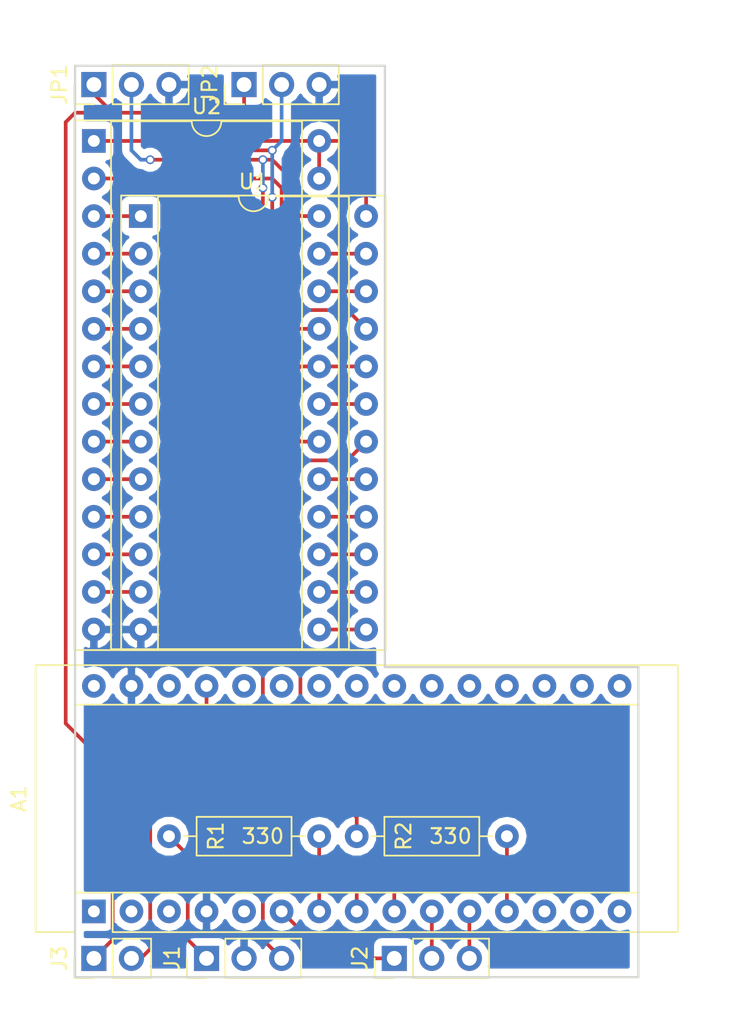
<source format=kicad_pcb>
(kicad_pcb (version 4) (host pcbnew 4.0.7)

  (general
    (links 46)
    (no_connects 0)
    (area 64.694999 52.629999 102.945001 114.375001)
    (thickness 1.6)
    (drawings 6)
    (tracks 118)
    (zones 0)
    (modules 10)
    (nets 35)
  )

  (page A4)
  (layers
    (0 F.Cu signal)
    (31 B.Cu signal)
    (32 B.Adhes user)
    (33 F.Adhes user)
    (34 B.Paste user)
    (35 F.Paste user)
    (36 B.SilkS user)
    (37 F.SilkS user)
    (38 B.Mask user)
    (39 F.Mask user)
    (40 Dwgs.User user)
    (41 Cmts.User user)
    (42 Eco1.User user)
    (43 Eco2.User user)
    (44 Edge.Cuts user)
    (45 Margin user)
    (46 B.CrtYd user)
    (47 F.CrtYd user)
    (48 B.Fab user)
    (49 F.Fab user)
  )

  (setup
    (last_trace_width 0.25)
    (trace_clearance 0.2)
    (zone_clearance 0.508)
    (zone_45_only no)
    (trace_min 0.2)
    (segment_width 0.2)
    (edge_width 0.15)
    (via_size 0.6)
    (via_drill 0.4)
    (via_min_size 0.4)
    (via_min_drill 0.3)
    (uvia_size 0.3)
    (uvia_drill 0.1)
    (uvias_allowed no)
    (uvia_min_size 0.2)
    (uvia_min_drill 0.1)
    (pcb_text_width 0.3)
    (pcb_text_size 1.5 1.5)
    (mod_edge_width 0.15)
    (mod_text_size 1 1)
    (mod_text_width 0.15)
    (pad_size 1.524 1.524)
    (pad_drill 0.762)
    (pad_to_mask_clearance 0.2)
    (aux_axis_origin 0 0)
    (visible_elements 7FFFFFFF)
    (pcbplotparams
      (layerselection 0x00030_80000001)
      (usegerberextensions false)
      (excludeedgelayer true)
      (linewidth 0.100000)
      (plotframeref false)
      (viasonmask false)
      (mode 1)
      (useauxorigin false)
      (hpglpennumber 1)
      (hpglpenspeed 20)
      (hpglpendiameter 15)
      (hpglpenoverlay 2)
      (psnegative false)
      (psa4output false)
      (plotreference true)
      (plotvalue true)
      (plotinvisibletext false)
      (padsonsilk false)
      (subtractmaskfromsilk false)
      (outputformat 1)
      (mirror false)
      (drillshape 1)
      (scaleselection 1)
      (outputdirectory ""))
  )

  (net 0 "")
  (net 1 "Net-(J1-Pad1)")
  (net 2 GND)
  (net 3 "Net-(J1-Pad3)")
  (net 4 VCC)
  (net 5 A13)
  (net 6 A14)
  (net 7 /A7)
  (net 8 /D3)
  (net 9 /A6)
  (net 10 /D4)
  (net 11 /A5)
  (net 12 /D5)
  (net 13 /A4)
  (net 14 /D6)
  (net 15 /A3)
  (net 16 /D7)
  (net 17 /A2)
  (net 18 /A11)
  (net 19 /A1)
  (net 20 /A10)
  (net 21 /A0)
  (net 22 /CS)
  (net 23 /D0)
  (net 24 /A12)
  (net 25 /D1)
  (net 26 /A9)
  (net 27 /D2)
  (net 28 /A8)
  (net 29 RESET)
  (net 30 ESXROM)
  (net 31 RESTORE)
  (net 32 "Net-(A1-Pad27)")
  (net 33 LED1)
  (net 34 LED2)

  (net_class Default "This is the default net class."
    (clearance 0.2)
    (trace_width 0.25)
    (via_dia 0.6)
    (via_drill 0.4)
    (uvia_dia 0.3)
    (uvia_drill 0.1)
    (add_net /A0)
    (add_net /A1)
    (add_net /A10)
    (add_net /A11)
    (add_net /A12)
    (add_net /A2)
    (add_net /A3)
    (add_net /A4)
    (add_net /A5)
    (add_net /A6)
    (add_net /A7)
    (add_net /A8)
    (add_net /A9)
    (add_net /CS)
    (add_net /D0)
    (add_net /D1)
    (add_net /D2)
    (add_net /D3)
    (add_net /D4)
    (add_net /D5)
    (add_net /D6)
    (add_net /D7)
    (add_net A13)
    (add_net A14)
    (add_net ESXROM)
    (add_net GND)
    (add_net LED1)
    (add_net LED2)
    (add_net "Net-(A1-Pad27)")
    (add_net "Net-(J1-Pad1)")
    (add_net "Net-(J1-Pad3)")
    (add_net RESET)
    (add_net RESTORE)
    (add_net VCC)
  )

  (module Pin_Headers:Pin_Header_Straight_1x03_Pitch2.54mm (layer F.Cu) (tedit 59650532) (tstamp 5CC6FA7D)
    (at 73.66 113.03 90)
    (descr "Through hole straight pin header, 1x03, 2.54mm pitch, single row")
    (tags "Through hole pin header THT 1x03 2.54mm single row")
    (path /5CC73F38)
    (fp_text reference J1 (at 0 -2.33 90) (layer F.SilkS)
      (effects (font (size 1 1) (thickness 0.15)))
    )
    (fp_text value LED (at 0 7.41 90) (layer F.Fab)
      (effects (font (size 1 1) (thickness 0.15)))
    )
    (fp_line (start -0.635 -1.27) (end 1.27 -1.27) (layer F.Fab) (width 0.1))
    (fp_line (start 1.27 -1.27) (end 1.27 6.35) (layer F.Fab) (width 0.1))
    (fp_line (start 1.27 6.35) (end -1.27 6.35) (layer F.Fab) (width 0.1))
    (fp_line (start -1.27 6.35) (end -1.27 -0.635) (layer F.Fab) (width 0.1))
    (fp_line (start -1.27 -0.635) (end -0.635 -1.27) (layer F.Fab) (width 0.1))
    (fp_line (start -1.33 6.41) (end 1.33 6.41) (layer F.SilkS) (width 0.12))
    (fp_line (start -1.33 1.27) (end -1.33 6.41) (layer F.SilkS) (width 0.12))
    (fp_line (start 1.33 1.27) (end 1.33 6.41) (layer F.SilkS) (width 0.12))
    (fp_line (start -1.33 1.27) (end 1.33 1.27) (layer F.SilkS) (width 0.12))
    (fp_line (start -1.33 0) (end -1.33 -1.33) (layer F.SilkS) (width 0.12))
    (fp_line (start -1.33 -1.33) (end 0 -1.33) (layer F.SilkS) (width 0.12))
    (fp_line (start -1.8 -1.8) (end -1.8 6.85) (layer F.CrtYd) (width 0.05))
    (fp_line (start -1.8 6.85) (end 1.8 6.85) (layer F.CrtYd) (width 0.05))
    (fp_line (start 1.8 6.85) (end 1.8 -1.8) (layer F.CrtYd) (width 0.05))
    (fp_line (start 1.8 -1.8) (end -1.8 -1.8) (layer F.CrtYd) (width 0.05))
    (fp_text user %R (at 0 2.54 180) (layer F.Fab)
      (effects (font (size 1 1) (thickness 0.15)))
    )
    (pad 1 thru_hole rect (at 0 0 90) (size 1.7 1.7) (drill 1) (layers *.Cu *.Mask)
      (net 1 "Net-(J1-Pad1)"))
    (pad 2 thru_hole oval (at 0 2.54 90) (size 1.7 1.7) (drill 1) (layers *.Cu *.Mask)
      (net 2 GND))
    (pad 3 thru_hole oval (at 0 5.08 90) (size 1.7 1.7) (drill 1) (layers *.Cu *.Mask)
      (net 3 "Net-(J1-Pad3)"))
    (model ${KISYS3DMOD}/Pin_Headers.3dshapes/Pin_Header_Straight_1x03_Pitch2.54mm.wrl
      (at (xyz 0 0 0))
      (scale (xyz 1 1 1))
      (rotate (xyz 0 0 0))
    )
  )

  (module Pin_Headers:Pin_Header_Straight_1x03_Pitch2.54mm (layer F.Cu) (tedit 59650532) (tstamp 5CC6FA84)
    (at 86.36 113.03 90)
    (descr "Through hole straight pin header, 1x03, 2.54mm pitch, single row")
    (tags "Through hole pin header THT 1x03 2.54mm single row")
    (path /5CC7537F)
    (fp_text reference J2 (at 0 -2.33 90) (layer F.SilkS)
      (effects (font (size 1 1) (thickness 0.15)))
    )
    (fp_text value Signals (at 0 7.41 90) (layer F.Fab)
      (effects (font (size 1 1) (thickness 0.15)))
    )
    (fp_line (start -0.635 -1.27) (end 1.27 -1.27) (layer F.Fab) (width 0.1))
    (fp_line (start 1.27 -1.27) (end 1.27 6.35) (layer F.Fab) (width 0.1))
    (fp_line (start 1.27 6.35) (end -1.27 6.35) (layer F.Fab) (width 0.1))
    (fp_line (start -1.27 6.35) (end -1.27 -0.635) (layer F.Fab) (width 0.1))
    (fp_line (start -1.27 -0.635) (end -0.635 -1.27) (layer F.Fab) (width 0.1))
    (fp_line (start -1.33 6.41) (end 1.33 6.41) (layer F.SilkS) (width 0.12))
    (fp_line (start -1.33 1.27) (end -1.33 6.41) (layer F.SilkS) (width 0.12))
    (fp_line (start 1.33 1.27) (end 1.33 6.41) (layer F.SilkS) (width 0.12))
    (fp_line (start -1.33 1.27) (end 1.33 1.27) (layer F.SilkS) (width 0.12))
    (fp_line (start -1.33 0) (end -1.33 -1.33) (layer F.SilkS) (width 0.12))
    (fp_line (start -1.33 -1.33) (end 0 -1.33) (layer F.SilkS) (width 0.12))
    (fp_line (start -1.8 -1.8) (end -1.8 6.85) (layer F.CrtYd) (width 0.05))
    (fp_line (start -1.8 6.85) (end 1.8 6.85) (layer F.CrtYd) (width 0.05))
    (fp_line (start 1.8 6.85) (end 1.8 -1.8) (layer F.CrtYd) (width 0.05))
    (fp_line (start 1.8 -1.8) (end -1.8 -1.8) (layer F.CrtYd) (width 0.05))
    (fp_text user %R (at 0 2.54 180) (layer F.Fab)
      (effects (font (size 1 1) (thickness 0.15)))
    )
    (pad 1 thru_hole rect (at 0 0 90) (size 1.7 1.7) (drill 1) (layers *.Cu *.Mask)
      (net 30 ESXROM))
    (pad 2 thru_hole oval (at 0 2.54 90) (size 1.7 1.7) (drill 1) (layers *.Cu *.Mask)
      (net 29 RESET))
    (pad 3 thru_hole oval (at 0 5.08 90) (size 1.7 1.7) (drill 1) (layers *.Cu *.Mask)
      (net 31 RESTORE))
    (model ${KISYS3DMOD}/Pin_Headers.3dshapes/Pin_Header_Straight_1x03_Pitch2.54mm.wrl
      (at (xyz 0 0 0))
      (scale (xyz 1 1 1))
      (rotate (xyz 0 0 0))
    )
  )

  (module Pin_Headers:Pin_Header_Straight_1x03_Pitch2.54mm (layer F.Cu) (tedit 59650532) (tstamp 5CC6FA8B)
    (at 66.04 53.975 90)
    (descr "Through hole straight pin header, 1x03, 2.54mm pitch, single row")
    (tags "Through hole pin header THT 1x03 2.54mm single row")
    (path /5CC728E8)
    (fp_text reference JP1 (at 0 -2.33 90) (layer F.SilkS)
      (effects (font (size 1 1) (thickness 0.15)))
    )
    (fp_text value A13_SEL (at 0 7.41 90) (layer F.Fab)
      (effects (font (size 1 1) (thickness 0.15)))
    )
    (fp_line (start -0.635 -1.27) (end 1.27 -1.27) (layer F.Fab) (width 0.1))
    (fp_line (start 1.27 -1.27) (end 1.27 6.35) (layer F.Fab) (width 0.1))
    (fp_line (start 1.27 6.35) (end -1.27 6.35) (layer F.Fab) (width 0.1))
    (fp_line (start -1.27 6.35) (end -1.27 -0.635) (layer F.Fab) (width 0.1))
    (fp_line (start -1.27 -0.635) (end -0.635 -1.27) (layer F.Fab) (width 0.1))
    (fp_line (start -1.33 6.41) (end 1.33 6.41) (layer F.SilkS) (width 0.12))
    (fp_line (start -1.33 1.27) (end -1.33 6.41) (layer F.SilkS) (width 0.12))
    (fp_line (start 1.33 1.27) (end 1.33 6.41) (layer F.SilkS) (width 0.12))
    (fp_line (start -1.33 1.27) (end 1.33 1.27) (layer F.SilkS) (width 0.12))
    (fp_line (start -1.33 0) (end -1.33 -1.33) (layer F.SilkS) (width 0.12))
    (fp_line (start -1.33 -1.33) (end 0 -1.33) (layer F.SilkS) (width 0.12))
    (fp_line (start -1.8 -1.8) (end -1.8 6.85) (layer F.CrtYd) (width 0.05))
    (fp_line (start -1.8 6.85) (end 1.8 6.85) (layer F.CrtYd) (width 0.05))
    (fp_line (start 1.8 6.85) (end 1.8 -1.8) (layer F.CrtYd) (width 0.05))
    (fp_line (start 1.8 -1.8) (end -1.8 -1.8) (layer F.CrtYd) (width 0.05))
    (fp_text user %R (at 0 2.54 180) (layer F.Fab)
      (effects (font (size 1 1) (thickness 0.15)))
    )
    (pad 1 thru_hole rect (at 0 0 90) (size 1.7 1.7) (drill 1) (layers *.Cu *.Mask)
      (net 4 VCC))
    (pad 2 thru_hole oval (at 0 2.54 90) (size 1.7 1.7) (drill 1) (layers *.Cu *.Mask)
      (net 5 A13))
    (pad 3 thru_hole oval (at 0 5.08 90) (size 1.7 1.7) (drill 1) (layers *.Cu *.Mask)
      (net 2 GND))
    (model ${KISYS3DMOD}/Pin_Headers.3dshapes/Pin_Header_Straight_1x03_Pitch2.54mm.wrl
      (at (xyz 0 0 0))
      (scale (xyz 1 1 1))
      (rotate (xyz 0 0 0))
    )
  )

  (module Pin_Headers:Pin_Header_Straight_1x03_Pitch2.54mm (layer F.Cu) (tedit 59650532) (tstamp 5CC6FA92)
    (at 76.2 53.975 90)
    (descr "Through hole straight pin header, 1x03, 2.54mm pitch, single row")
    (tags "Through hole pin header THT 1x03 2.54mm single row")
    (path /5CC72AAC)
    (fp_text reference JP2 (at 0 -2.33 90) (layer F.SilkS)
      (effects (font (size 1 1) (thickness 0.15)))
    )
    (fp_text value A14_SEL (at 0 7.41 90) (layer F.Fab)
      (effects (font (size 1 1) (thickness 0.15)))
    )
    (fp_line (start -0.635 -1.27) (end 1.27 -1.27) (layer F.Fab) (width 0.1))
    (fp_line (start 1.27 -1.27) (end 1.27 6.35) (layer F.Fab) (width 0.1))
    (fp_line (start 1.27 6.35) (end -1.27 6.35) (layer F.Fab) (width 0.1))
    (fp_line (start -1.27 6.35) (end -1.27 -0.635) (layer F.Fab) (width 0.1))
    (fp_line (start -1.27 -0.635) (end -0.635 -1.27) (layer F.Fab) (width 0.1))
    (fp_line (start -1.33 6.41) (end 1.33 6.41) (layer F.SilkS) (width 0.12))
    (fp_line (start -1.33 1.27) (end -1.33 6.41) (layer F.SilkS) (width 0.12))
    (fp_line (start 1.33 1.27) (end 1.33 6.41) (layer F.SilkS) (width 0.12))
    (fp_line (start -1.33 1.27) (end 1.33 1.27) (layer F.SilkS) (width 0.12))
    (fp_line (start -1.33 0) (end -1.33 -1.33) (layer F.SilkS) (width 0.12))
    (fp_line (start -1.33 -1.33) (end 0 -1.33) (layer F.SilkS) (width 0.12))
    (fp_line (start -1.8 -1.8) (end -1.8 6.85) (layer F.CrtYd) (width 0.05))
    (fp_line (start -1.8 6.85) (end 1.8 6.85) (layer F.CrtYd) (width 0.05))
    (fp_line (start 1.8 6.85) (end 1.8 -1.8) (layer F.CrtYd) (width 0.05))
    (fp_line (start 1.8 -1.8) (end -1.8 -1.8) (layer F.CrtYd) (width 0.05))
    (fp_text user %R (at 0 2.54 180) (layer F.Fab)
      (effects (font (size 1 1) (thickness 0.15)))
    )
    (pad 1 thru_hole rect (at 0 0 90) (size 1.7 1.7) (drill 1) (layers *.Cu *.Mask)
      (net 4 VCC))
    (pad 2 thru_hole oval (at 0 2.54 90) (size 1.7 1.7) (drill 1) (layers *.Cu *.Mask)
      (net 6 A14))
    (pad 3 thru_hole oval (at 0 5.08 90) (size 1.7 1.7) (drill 1) (layers *.Cu *.Mask)
      (net 2 GND))
    (model ${KISYS3DMOD}/Pin_Headers.3dshapes/Pin_Header_Straight_1x03_Pitch2.54mm.wrl
      (at (xyz 0 0 0))
      (scale (xyz 1 1 1))
      (rotate (xyz 0 0 0))
    )
  )

  (module Resistors_THT:R_Axial_DIN0207_L6.3mm_D2.5mm_P10.16mm_Horizontal (layer F.Cu) (tedit 5CC7019F) (tstamp 5CC6FA98)
    (at 71.12 104.775)
    (descr "Resistor, Axial_DIN0207 series, Axial, Horizontal, pin pitch=10.16mm, 0.25W = 1/4W, length*diameter=6.3*2.5mm^2, http://cdn-reichelt.de/documents/datenblatt/B400/1_4W%23YAG.pdf")
    (tags "Resistor Axial_DIN0207 series Axial Horizontal pin pitch 10.16mm 0.25W = 1/4W length 6.3mm diameter 2.5mm")
    (path /5CC7408D)
    (fp_text reference R1 (at 3.175 0 90) (layer F.SilkS)
      (effects (font (size 1 1) (thickness 0.15)))
    )
    (fp_text value 330 (at 6.35 0) (layer F.SilkS)
      (effects (font (size 1 1) (thickness 0.15)))
    )
    (fp_line (start 1.93 -1.25) (end 1.93 1.25) (layer F.Fab) (width 0.1))
    (fp_line (start 1.93 1.25) (end 8.23 1.25) (layer F.Fab) (width 0.1))
    (fp_line (start 8.23 1.25) (end 8.23 -1.25) (layer F.Fab) (width 0.1))
    (fp_line (start 8.23 -1.25) (end 1.93 -1.25) (layer F.Fab) (width 0.1))
    (fp_line (start 0 0) (end 1.93 0) (layer F.Fab) (width 0.1))
    (fp_line (start 10.16 0) (end 8.23 0) (layer F.Fab) (width 0.1))
    (fp_line (start 1.87 -1.31) (end 1.87 1.31) (layer F.SilkS) (width 0.12))
    (fp_line (start 1.87 1.31) (end 8.29 1.31) (layer F.SilkS) (width 0.12))
    (fp_line (start 8.29 1.31) (end 8.29 -1.31) (layer F.SilkS) (width 0.12))
    (fp_line (start 8.29 -1.31) (end 1.87 -1.31) (layer F.SilkS) (width 0.12))
    (fp_line (start 0.98 0) (end 1.87 0) (layer F.SilkS) (width 0.12))
    (fp_line (start 9.18 0) (end 8.29 0) (layer F.SilkS) (width 0.12))
    (fp_line (start -1.05 -1.6) (end -1.05 1.6) (layer F.CrtYd) (width 0.05))
    (fp_line (start -1.05 1.6) (end 11.25 1.6) (layer F.CrtYd) (width 0.05))
    (fp_line (start 11.25 1.6) (end 11.25 -1.6) (layer F.CrtYd) (width 0.05))
    (fp_line (start 11.25 -1.6) (end -1.05 -1.6) (layer F.CrtYd) (width 0.05))
    (pad 1 thru_hole circle (at 0 0) (size 1.6 1.6) (drill 0.8) (layers *.Cu *.Mask)
      (net 1 "Net-(J1-Pad1)"))
    (pad 2 thru_hole oval (at 10.16 0) (size 1.6 1.6) (drill 0.8) (layers *.Cu *.Mask)
      (net 33 LED1))
    (model ${KISYS3DMOD}/Resistors_THT.3dshapes/R_Axial_DIN0207_L6.3mm_D2.5mm_P10.16mm_Horizontal.wrl
      (at (xyz 0 0 0))
      (scale (xyz 0.393701 0.393701 0.393701))
      (rotate (xyz 0 0 0))
    )
  )

  (module Resistors_THT:R_Axial_DIN0207_L6.3mm_D2.5mm_P10.16mm_Horizontal (layer F.Cu) (tedit 5CC70197) (tstamp 5CC6FA9E)
    (at 83.82 104.775)
    (descr "Resistor, Axial_DIN0207 series, Axial, Horizontal, pin pitch=10.16mm, 0.25W = 1/4W, length*diameter=6.3*2.5mm^2, http://cdn-reichelt.de/documents/datenblatt/B400/1_4W%23YAG.pdf")
    (tags "Resistor Axial_DIN0207 series Axial Horizontal pin pitch 10.16mm 0.25W = 1/4W length 6.3mm diameter 2.5mm")
    (path /5CC74160)
    (fp_text reference R2 (at 3.175 0 90) (layer F.SilkS)
      (effects (font (size 1 1) (thickness 0.15)))
    )
    (fp_text value 330 (at 6.35 0) (layer F.SilkS)
      (effects (font (size 1 1) (thickness 0.15)))
    )
    (fp_line (start 1.93 -1.25) (end 1.93 1.25) (layer F.Fab) (width 0.1))
    (fp_line (start 1.93 1.25) (end 8.23 1.25) (layer F.Fab) (width 0.1))
    (fp_line (start 8.23 1.25) (end 8.23 -1.25) (layer F.Fab) (width 0.1))
    (fp_line (start 8.23 -1.25) (end 1.93 -1.25) (layer F.Fab) (width 0.1))
    (fp_line (start 0 0) (end 1.93 0) (layer F.Fab) (width 0.1))
    (fp_line (start 10.16 0) (end 8.23 0) (layer F.Fab) (width 0.1))
    (fp_line (start 1.87 -1.31) (end 1.87 1.31) (layer F.SilkS) (width 0.12))
    (fp_line (start 1.87 1.31) (end 8.29 1.31) (layer F.SilkS) (width 0.12))
    (fp_line (start 8.29 1.31) (end 8.29 -1.31) (layer F.SilkS) (width 0.12))
    (fp_line (start 8.29 -1.31) (end 1.87 -1.31) (layer F.SilkS) (width 0.12))
    (fp_line (start 0.98 0) (end 1.87 0) (layer F.SilkS) (width 0.12))
    (fp_line (start 9.18 0) (end 8.29 0) (layer F.SilkS) (width 0.12))
    (fp_line (start -1.05 -1.6) (end -1.05 1.6) (layer F.CrtYd) (width 0.05))
    (fp_line (start -1.05 1.6) (end 11.25 1.6) (layer F.CrtYd) (width 0.05))
    (fp_line (start 11.25 1.6) (end 11.25 -1.6) (layer F.CrtYd) (width 0.05))
    (fp_line (start 11.25 -1.6) (end -1.05 -1.6) (layer F.CrtYd) (width 0.05))
    (pad 1 thru_hole circle (at 0 0) (size 1.6 1.6) (drill 0.8) (layers *.Cu *.Mask)
      (net 3 "Net-(J1-Pad3)"))
    (pad 2 thru_hole oval (at 10.16 0) (size 1.6 1.6) (drill 0.8) (layers *.Cu *.Mask)
      (net 34 LED2))
    (model ${KISYS3DMOD}/Resistors_THT.3dshapes/R_Axial_DIN0207_L6.3mm_D2.5mm_P10.16mm_Horizontal.wrl
      (at (xyz 0 0 0))
      (scale (xyz 0.393701 0.393701 0.393701))
      (rotate (xyz 0 0 0))
    )
  )

  (module Housings_DIP:DIP-24_W15.24mm_Socket (layer F.Cu) (tedit 59C78D6C) (tstamp 5CC6FABA)
    (at 69.215 62.865)
    (descr "24-lead though-hole mounted DIP package, row spacing 15.24 mm (600 mils), Socket")
    (tags "THT DIP DIL PDIP 2.54mm 15.24mm 600mil Socket")
    (path /5CC71189)
    (fp_text reference U1 (at 7.62 -2.33) (layer F.SilkS)
      (effects (font (size 1 1) (thickness 0.15)))
    )
    (fp_text value 2364 (at 7.62 30.27) (layer F.Fab)
      (effects (font (size 1 1) (thickness 0.15)))
    )
    (fp_arc (start 7.62 -1.33) (end 6.62 -1.33) (angle -180) (layer F.SilkS) (width 0.12))
    (fp_line (start 1.255 -1.27) (end 14.985 -1.27) (layer F.Fab) (width 0.1))
    (fp_line (start 14.985 -1.27) (end 14.985 29.21) (layer F.Fab) (width 0.1))
    (fp_line (start 14.985 29.21) (end 0.255 29.21) (layer F.Fab) (width 0.1))
    (fp_line (start 0.255 29.21) (end 0.255 -0.27) (layer F.Fab) (width 0.1))
    (fp_line (start 0.255 -0.27) (end 1.255 -1.27) (layer F.Fab) (width 0.1))
    (fp_line (start -1.27 -1.33) (end -1.27 29.27) (layer F.Fab) (width 0.1))
    (fp_line (start -1.27 29.27) (end 16.51 29.27) (layer F.Fab) (width 0.1))
    (fp_line (start 16.51 29.27) (end 16.51 -1.33) (layer F.Fab) (width 0.1))
    (fp_line (start 16.51 -1.33) (end -1.27 -1.33) (layer F.Fab) (width 0.1))
    (fp_line (start 6.62 -1.33) (end 1.16 -1.33) (layer F.SilkS) (width 0.12))
    (fp_line (start 1.16 -1.33) (end 1.16 29.27) (layer F.SilkS) (width 0.12))
    (fp_line (start 1.16 29.27) (end 14.08 29.27) (layer F.SilkS) (width 0.12))
    (fp_line (start 14.08 29.27) (end 14.08 -1.33) (layer F.SilkS) (width 0.12))
    (fp_line (start 14.08 -1.33) (end 8.62 -1.33) (layer F.SilkS) (width 0.12))
    (fp_line (start -1.33 -1.39) (end -1.33 29.33) (layer F.SilkS) (width 0.12))
    (fp_line (start -1.33 29.33) (end 16.57 29.33) (layer F.SilkS) (width 0.12))
    (fp_line (start 16.57 29.33) (end 16.57 -1.39) (layer F.SilkS) (width 0.12))
    (fp_line (start 16.57 -1.39) (end -1.33 -1.39) (layer F.SilkS) (width 0.12))
    (fp_line (start -1.55 -1.6) (end -1.55 29.55) (layer F.CrtYd) (width 0.05))
    (fp_line (start -1.55 29.55) (end 16.8 29.55) (layer F.CrtYd) (width 0.05))
    (fp_line (start 16.8 29.55) (end 16.8 -1.6) (layer F.CrtYd) (width 0.05))
    (fp_line (start 16.8 -1.6) (end -1.55 -1.6) (layer F.CrtYd) (width 0.05))
    (fp_text user %R (at 7.62 13.97) (layer F.Fab)
      (effects (font (size 1 1) (thickness 0.15)))
    )
    (pad 1 thru_hole rect (at 0 0) (size 1.6 1.6) (drill 0.8) (layers *.Cu *.Mask)
      (net 7 /A7))
    (pad 13 thru_hole oval (at 15.24 27.94) (size 1.6 1.6) (drill 0.8) (layers *.Cu *.Mask)
      (net 8 /D3))
    (pad 2 thru_hole oval (at 0 2.54) (size 1.6 1.6) (drill 0.8) (layers *.Cu *.Mask)
      (net 9 /A6))
    (pad 14 thru_hole oval (at 15.24 25.4) (size 1.6 1.6) (drill 0.8) (layers *.Cu *.Mask)
      (net 10 /D4))
    (pad 3 thru_hole oval (at 0 5.08) (size 1.6 1.6) (drill 0.8) (layers *.Cu *.Mask)
      (net 11 /A5))
    (pad 15 thru_hole oval (at 15.24 22.86) (size 1.6 1.6) (drill 0.8) (layers *.Cu *.Mask)
      (net 12 /D5))
    (pad 4 thru_hole oval (at 0 7.62) (size 1.6 1.6) (drill 0.8) (layers *.Cu *.Mask)
      (net 13 /A4))
    (pad 16 thru_hole oval (at 15.24 20.32) (size 1.6 1.6) (drill 0.8) (layers *.Cu *.Mask)
      (net 14 /D6))
    (pad 5 thru_hole oval (at 0 10.16) (size 1.6 1.6) (drill 0.8) (layers *.Cu *.Mask)
      (net 15 /A3))
    (pad 17 thru_hole oval (at 15.24 17.78) (size 1.6 1.6) (drill 0.8) (layers *.Cu *.Mask)
      (net 16 /D7))
    (pad 6 thru_hole oval (at 0 12.7) (size 1.6 1.6) (drill 0.8) (layers *.Cu *.Mask)
      (net 17 /A2))
    (pad 18 thru_hole oval (at 15.24 15.24) (size 1.6 1.6) (drill 0.8) (layers *.Cu *.Mask)
      (net 18 /A11))
    (pad 7 thru_hole oval (at 0 15.24) (size 1.6 1.6) (drill 0.8) (layers *.Cu *.Mask)
      (net 19 /A1))
    (pad 19 thru_hole oval (at 15.24 12.7) (size 1.6 1.6) (drill 0.8) (layers *.Cu *.Mask)
      (net 20 /A10))
    (pad 8 thru_hole oval (at 0 17.78) (size 1.6 1.6) (drill 0.8) (layers *.Cu *.Mask)
      (net 21 /A0))
    (pad 20 thru_hole oval (at 15.24 10.16) (size 1.6 1.6) (drill 0.8) (layers *.Cu *.Mask)
      (net 22 /CS))
    (pad 9 thru_hole oval (at 0 20.32) (size 1.6 1.6) (drill 0.8) (layers *.Cu *.Mask)
      (net 23 /D0))
    (pad 21 thru_hole oval (at 15.24 7.62) (size 1.6 1.6) (drill 0.8) (layers *.Cu *.Mask)
      (net 24 /A12))
    (pad 10 thru_hole oval (at 0 22.86) (size 1.6 1.6) (drill 0.8) (layers *.Cu *.Mask)
      (net 25 /D1))
    (pad 22 thru_hole oval (at 15.24 5.08) (size 1.6 1.6) (drill 0.8) (layers *.Cu *.Mask)
      (net 26 /A9))
    (pad 11 thru_hole oval (at 0 25.4) (size 1.6 1.6) (drill 0.8) (layers *.Cu *.Mask)
      (net 27 /D2))
    (pad 23 thru_hole oval (at 15.24 2.54) (size 1.6 1.6) (drill 0.8) (layers *.Cu *.Mask)
      (net 28 /A8))
    (pad 12 thru_hole oval (at 0 27.94) (size 1.6 1.6) (drill 0.8) (layers *.Cu *.Mask)
      (net 2 GND))
    (pad 24 thru_hole oval (at 15.24 0) (size 1.6 1.6) (drill 0.8) (layers *.Cu *.Mask)
      (net 4 VCC))
    (model ${KISYS3DMOD}/Housings_DIP.3dshapes/DIP-24_W15.24mm_Socket.wrl
      (at (xyz 0 0 0))
      (scale (xyz 1 1 1))
      (rotate (xyz 0 0 0))
    )
  )

  (module Housings_DIP:DIP-28_W15.24mm_Socket (layer F.Cu) (tedit 59C78D6C) (tstamp 5CC6FADA)
    (at 66.04 57.785)
    (descr "28-lead though-hole mounted DIP package, row spacing 15.24 mm (600 mils), Socket")
    (tags "THT DIP DIL PDIP 2.54mm 15.24mm 600mil Socket")
    (path /5CC710A8)
    (fp_text reference U2 (at 7.62 -2.33) (layer F.SilkS)
      (effects (font (size 1 1) (thickness 0.15)))
    )
    (fp_text value 28C256 (at 7.62 35.35) (layer F.Fab)
      (effects (font (size 1 1) (thickness 0.15)))
    )
    (fp_arc (start 7.62 -1.33) (end 6.62 -1.33) (angle -180) (layer F.SilkS) (width 0.12))
    (fp_line (start 1.255 -1.27) (end 14.985 -1.27) (layer F.Fab) (width 0.1))
    (fp_line (start 14.985 -1.27) (end 14.985 34.29) (layer F.Fab) (width 0.1))
    (fp_line (start 14.985 34.29) (end 0.255 34.29) (layer F.Fab) (width 0.1))
    (fp_line (start 0.255 34.29) (end 0.255 -0.27) (layer F.Fab) (width 0.1))
    (fp_line (start 0.255 -0.27) (end 1.255 -1.27) (layer F.Fab) (width 0.1))
    (fp_line (start -1.27 -1.33) (end -1.27 34.35) (layer F.Fab) (width 0.1))
    (fp_line (start -1.27 34.35) (end 16.51 34.35) (layer F.Fab) (width 0.1))
    (fp_line (start 16.51 34.35) (end 16.51 -1.33) (layer F.Fab) (width 0.1))
    (fp_line (start 16.51 -1.33) (end -1.27 -1.33) (layer F.Fab) (width 0.1))
    (fp_line (start 6.62 -1.33) (end 1.16 -1.33) (layer F.SilkS) (width 0.12))
    (fp_line (start 1.16 -1.33) (end 1.16 34.35) (layer F.SilkS) (width 0.12))
    (fp_line (start 1.16 34.35) (end 14.08 34.35) (layer F.SilkS) (width 0.12))
    (fp_line (start 14.08 34.35) (end 14.08 -1.33) (layer F.SilkS) (width 0.12))
    (fp_line (start 14.08 -1.33) (end 8.62 -1.33) (layer F.SilkS) (width 0.12))
    (fp_line (start -1.33 -1.39) (end -1.33 34.41) (layer F.SilkS) (width 0.12))
    (fp_line (start -1.33 34.41) (end 16.57 34.41) (layer F.SilkS) (width 0.12))
    (fp_line (start 16.57 34.41) (end 16.57 -1.39) (layer F.SilkS) (width 0.12))
    (fp_line (start 16.57 -1.39) (end -1.33 -1.39) (layer F.SilkS) (width 0.12))
    (fp_line (start -1.55 -1.6) (end -1.55 34.65) (layer F.CrtYd) (width 0.05))
    (fp_line (start -1.55 34.65) (end 16.8 34.65) (layer F.CrtYd) (width 0.05))
    (fp_line (start 16.8 34.65) (end 16.8 -1.6) (layer F.CrtYd) (width 0.05))
    (fp_line (start 16.8 -1.6) (end -1.55 -1.6) (layer F.CrtYd) (width 0.05))
    (fp_text user %R (at 7.62 16.51) (layer F.Fab)
      (effects (font (size 1 1) (thickness 0.15)))
    )
    (pad 1 thru_hole rect (at 0 0) (size 1.6 1.6) (drill 0.8) (layers *.Cu *.Mask)
      (net 6 A14))
    (pad 15 thru_hole oval (at 15.24 33.02) (size 1.6 1.6) (drill 0.8) (layers *.Cu *.Mask)
      (net 8 /D3))
    (pad 2 thru_hole oval (at 0 2.54) (size 1.6 1.6) (drill 0.8) (layers *.Cu *.Mask)
      (net 24 /A12))
    (pad 16 thru_hole oval (at 15.24 30.48) (size 1.6 1.6) (drill 0.8) (layers *.Cu *.Mask)
      (net 10 /D4))
    (pad 3 thru_hole oval (at 0 5.08) (size 1.6 1.6) (drill 0.8) (layers *.Cu *.Mask)
      (net 7 /A7))
    (pad 17 thru_hole oval (at 15.24 27.94) (size 1.6 1.6) (drill 0.8) (layers *.Cu *.Mask)
      (net 12 /D5))
    (pad 4 thru_hole oval (at 0 7.62) (size 1.6 1.6) (drill 0.8) (layers *.Cu *.Mask)
      (net 9 /A6))
    (pad 18 thru_hole oval (at 15.24 25.4) (size 1.6 1.6) (drill 0.8) (layers *.Cu *.Mask)
      (net 14 /D6))
    (pad 5 thru_hole oval (at 0 10.16) (size 1.6 1.6) (drill 0.8) (layers *.Cu *.Mask)
      (net 11 /A5))
    (pad 19 thru_hole oval (at 15.24 22.86) (size 1.6 1.6) (drill 0.8) (layers *.Cu *.Mask)
      (net 16 /D7))
    (pad 6 thru_hole oval (at 0 12.7) (size 1.6 1.6) (drill 0.8) (layers *.Cu *.Mask)
      (net 13 /A4))
    (pad 20 thru_hole oval (at 15.24 20.32) (size 1.6 1.6) (drill 0.8) (layers *.Cu *.Mask)
      (net 22 /CS))
    (pad 7 thru_hole oval (at 0 15.24) (size 1.6 1.6) (drill 0.8) (layers *.Cu *.Mask)
      (net 15 /A3))
    (pad 21 thru_hole oval (at 15.24 17.78) (size 1.6 1.6) (drill 0.8) (layers *.Cu *.Mask)
      (net 20 /A10))
    (pad 8 thru_hole oval (at 0 17.78) (size 1.6 1.6) (drill 0.8) (layers *.Cu *.Mask)
      (net 17 /A2))
    (pad 22 thru_hole oval (at 15.24 15.24) (size 1.6 1.6) (drill 0.8) (layers *.Cu *.Mask)
      (net 22 /CS))
    (pad 9 thru_hole oval (at 0 20.32) (size 1.6 1.6) (drill 0.8) (layers *.Cu *.Mask)
      (net 19 /A1))
    (pad 23 thru_hole oval (at 15.24 12.7) (size 1.6 1.6) (drill 0.8) (layers *.Cu *.Mask)
      (net 18 /A11))
    (pad 10 thru_hole oval (at 0 22.86) (size 1.6 1.6) (drill 0.8) (layers *.Cu *.Mask)
      (net 21 /A0))
    (pad 24 thru_hole oval (at 15.24 10.16) (size 1.6 1.6) (drill 0.8) (layers *.Cu *.Mask)
      (net 26 /A9))
    (pad 11 thru_hole oval (at 0 25.4) (size 1.6 1.6) (drill 0.8) (layers *.Cu *.Mask)
      (net 23 /D0))
    (pad 25 thru_hole oval (at 15.24 7.62) (size 1.6 1.6) (drill 0.8) (layers *.Cu *.Mask)
      (net 28 /A8))
    (pad 12 thru_hole oval (at 0 27.94) (size 1.6 1.6) (drill 0.8) (layers *.Cu *.Mask)
      (net 25 /D1))
    (pad 26 thru_hole oval (at 15.24 5.08) (size 1.6 1.6) (drill 0.8) (layers *.Cu *.Mask)
      (net 5 A13))
    (pad 13 thru_hole oval (at 0 30.48) (size 1.6 1.6) (drill 0.8) (layers *.Cu *.Mask)
      (net 27 /D2))
    (pad 27 thru_hole oval (at 15.24 2.54) (size 1.6 1.6) (drill 0.8) (layers *.Cu *.Mask)
      (net 4 VCC))
    (pad 14 thru_hole oval (at 0 33.02) (size 1.6 1.6) (drill 0.8) (layers *.Cu *.Mask)
      (net 2 GND))
    (pad 28 thru_hole oval (at 15.24 0) (size 1.6 1.6) (drill 0.8) (layers *.Cu *.Mask)
      (net 4 VCC))
    (model ${KISYS3DMOD}/Housings_DIP.3dshapes/DIP-28_W15.24mm_Socket.wrl
      (at (xyz 0 0 0))
      (scale (xyz 1 1 1))
      (rotate (xyz 0 0 0))
    )
  )

  (module Modules:Arduino_Nano (layer F.Cu) (tedit 5CC701AD) (tstamp 5CC6FE0E)
    (at 66.04 109.855 90)
    (descr "Arduino Nano, http://www.mouser.com/pdfdocs/Gravitech_Arduino_Nano3_0.pdf")
    (tags "Arduino Nano")
    (path /5CC769CE)
    (fp_text reference A1 (at 7.62 -5.08 90) (layer F.SilkS)
      (effects (font (size 1 1) (thickness 0.15)))
    )
    (fp_text value Arduino_Nano_v3.x (at 8.89 19.05 180) (layer F.Fab)
      (effects (font (size 1 1) (thickness 0.15)))
    )
    (fp_text user %R (at 10.795 19.05 180) (layer F.Fab)
      (effects (font (size 1 1) (thickness 0.15)))
    )
    (fp_line (start 1.27 1.27) (end 1.27 -1.27) (layer F.SilkS) (width 0.12))
    (fp_line (start 1.27 -1.27) (end -1.4 -1.27) (layer F.SilkS) (width 0.12))
    (fp_line (start -1.4 1.27) (end -1.4 39.5) (layer F.SilkS) (width 0.12))
    (fp_line (start -1.4 -3.94) (end -1.4 -1.27) (layer F.SilkS) (width 0.12))
    (fp_line (start 13.97 -1.27) (end 16.64 -1.27) (layer F.SilkS) (width 0.12))
    (fp_line (start 13.97 -1.27) (end 13.97 36.83) (layer F.SilkS) (width 0.12))
    (fp_line (start 13.97 36.83) (end 16.64 36.83) (layer F.SilkS) (width 0.12))
    (fp_line (start 1.27 1.27) (end -1.4 1.27) (layer F.SilkS) (width 0.12))
    (fp_line (start 1.27 1.27) (end 1.27 36.83) (layer F.SilkS) (width 0.12))
    (fp_line (start 1.27 36.83) (end -1.4 36.83) (layer F.SilkS) (width 0.12))
    (fp_line (start 3.81 31.75) (end 11.43 31.75) (layer F.Fab) (width 0.1))
    (fp_line (start 11.43 31.75) (end 11.43 41.91) (layer F.Fab) (width 0.1))
    (fp_line (start 11.43 41.91) (end 3.81 41.91) (layer F.Fab) (width 0.1))
    (fp_line (start 3.81 41.91) (end 3.81 31.75) (layer F.Fab) (width 0.1))
    (fp_line (start -1.4 39.5) (end 16.64 39.5) (layer F.SilkS) (width 0.12))
    (fp_line (start 16.64 39.5) (end 16.64 -3.94) (layer F.SilkS) (width 0.12))
    (fp_line (start 16.64 -3.94) (end -1.4 -3.94) (layer F.SilkS) (width 0.12))
    (fp_line (start 16.51 39.37) (end -1.27 39.37) (layer F.Fab) (width 0.1))
    (fp_line (start -1.27 39.37) (end -1.27 -2.54) (layer F.Fab) (width 0.1))
    (fp_line (start -1.27 -2.54) (end 0 -3.81) (layer F.Fab) (width 0.1))
    (fp_line (start 0 -3.81) (end 16.51 -3.81) (layer F.Fab) (width 0.1))
    (fp_line (start 16.51 -3.81) (end 16.51 39.37) (layer F.Fab) (width 0.1))
    (fp_line (start -1.53 -4.06) (end 16.75 -4.06) (layer F.CrtYd) (width 0.05))
    (fp_line (start -1.53 -4.06) (end -1.53 42.16) (layer F.CrtYd) (width 0.05))
    (fp_line (start 16.75 42.16) (end 16.75 -4.06) (layer F.CrtYd) (width 0.05))
    (fp_line (start 16.75 42.16) (end -1.53 42.16) (layer F.CrtYd) (width 0.05))
    (pad 1 thru_hole rect (at 0 0 90) (size 1.6 1.6) (drill 0.8) (layers *.Cu *.Mask))
    (pad 17 thru_hole oval (at 15.24 33.02 90) (size 1.6 1.6) (drill 0.8) (layers *.Cu *.Mask))
    (pad 2 thru_hole oval (at 0 2.54 90) (size 1.6 1.6) (drill 0.8) (layers *.Cu *.Mask))
    (pad 18 thru_hole oval (at 15.24 30.48 90) (size 1.6 1.6) (drill 0.8) (layers *.Cu *.Mask))
    (pad 3 thru_hole oval (at 0 5.08 90) (size 1.6 1.6) (drill 0.8) (layers *.Cu *.Mask))
    (pad 19 thru_hole oval (at 15.24 27.94 90) (size 1.6 1.6) (drill 0.8) (layers *.Cu *.Mask))
    (pad 4 thru_hole oval (at 0 7.62 90) (size 1.6 1.6) (drill 0.8) (layers *.Cu *.Mask)
      (net 2 GND))
    (pad 20 thru_hole oval (at 15.24 25.4 90) (size 1.6 1.6) (drill 0.8) (layers *.Cu *.Mask))
    (pad 5 thru_hole oval (at 0 10.16 90) (size 1.6 1.6) (drill 0.8) (layers *.Cu *.Mask))
    (pad 21 thru_hole oval (at 15.24 22.86 90) (size 1.6 1.6) (drill 0.8) (layers *.Cu *.Mask))
    (pad 6 thru_hole oval (at 0 12.7 90) (size 1.6 1.6) (drill 0.8) (layers *.Cu *.Mask)
      (net 30 ESXROM))
    (pad 22 thru_hole oval (at 15.24 20.32 90) (size 1.6 1.6) (drill 0.8) (layers *.Cu *.Mask))
    (pad 7 thru_hole oval (at 0 15.24 90) (size 1.6 1.6) (drill 0.8) (layers *.Cu *.Mask)
      (net 33 LED1))
    (pad 23 thru_hole oval (at 15.24 17.78 90) (size 1.6 1.6) (drill 0.8) (layers *.Cu *.Mask))
    (pad 8 thru_hole oval (at 0 17.78 90) (size 1.6 1.6) (drill 0.8) (layers *.Cu *.Mask)
      (net 5 A13))
    (pad 24 thru_hole oval (at 15.24 15.24 90) (size 1.6 1.6) (drill 0.8) (layers *.Cu *.Mask))
    (pad 9 thru_hole oval (at 0 20.32 90) (size 1.6 1.6) (drill 0.8) (layers *.Cu *.Mask)
      (net 6 A14))
    (pad 25 thru_hole oval (at 15.24 12.7 90) (size 1.6 1.6) (drill 0.8) (layers *.Cu *.Mask))
    (pad 10 thru_hole oval (at 0 22.86 90) (size 1.6 1.6) (drill 0.8) (layers *.Cu *.Mask)
      (net 29 RESET))
    (pad 26 thru_hole oval (at 15.24 10.16 90) (size 1.6 1.6) (drill 0.8) (layers *.Cu *.Mask))
    (pad 11 thru_hole oval (at 0 25.4 90) (size 1.6 1.6) (drill 0.8) (layers *.Cu *.Mask)
      (net 31 RESTORE))
    (pad 27 thru_hole oval (at 15.24 7.62 90) (size 1.6 1.6) (drill 0.8) (layers *.Cu *.Mask)
      (net 32 "Net-(A1-Pad27)"))
    (pad 12 thru_hole oval (at 0 27.94 90) (size 1.6 1.6) (drill 0.8) (layers *.Cu *.Mask)
      (net 34 LED2))
    (pad 28 thru_hole oval (at 15.24 5.08 90) (size 1.6 1.6) (drill 0.8) (layers *.Cu *.Mask))
    (pad 13 thru_hole oval (at 0 30.48 90) (size 1.6 1.6) (drill 0.8) (layers *.Cu *.Mask))
    (pad 29 thru_hole oval (at 15.24 2.54 90) (size 1.6 1.6) (drill 0.8) (layers *.Cu *.Mask)
      (net 2 GND))
    (pad 14 thru_hole oval (at 0 33.02 90) (size 1.6 1.6) (drill 0.8) (layers *.Cu *.Mask))
    (pad 30 thru_hole oval (at 15.24 0 90) (size 1.6 1.6) (drill 0.8) (layers *.Cu *.Mask))
    (pad 15 thru_hole oval (at 0 35.56 90) (size 1.6 1.6) (drill 0.8) (layers *.Cu *.Mask))
    (pad 16 thru_hole oval (at 15.24 35.56 90) (size 1.6 1.6) (drill 0.8) (layers *.Cu *.Mask))
  )

  (module Pin_Headers:Pin_Header_Straight_1x02_Pitch2.54mm (layer F.Cu) (tedit 59650532) (tstamp 5CC70029)
    (at 66.04 113.03 90)
    (descr "Through hole straight pin header, 1x02, 2.54mm pitch, single row")
    (tags "Through hole pin header THT 1x02 2.54mm single row")
    (path /5CC7857E)
    (fp_text reference J3 (at 0 -2.33 90) (layer F.SilkS)
      (effects (font (size 1 1) (thickness 0.15)))
    )
    (fp_text value Power (at 0 4.87 90) (layer F.Fab)
      (effects (font (size 1 1) (thickness 0.15)))
    )
    (fp_line (start -0.635 -1.27) (end 1.27 -1.27) (layer F.Fab) (width 0.1))
    (fp_line (start 1.27 -1.27) (end 1.27 3.81) (layer F.Fab) (width 0.1))
    (fp_line (start 1.27 3.81) (end -1.27 3.81) (layer F.Fab) (width 0.1))
    (fp_line (start -1.27 3.81) (end -1.27 -0.635) (layer F.Fab) (width 0.1))
    (fp_line (start -1.27 -0.635) (end -0.635 -1.27) (layer F.Fab) (width 0.1))
    (fp_line (start -1.33 3.87) (end 1.33 3.87) (layer F.SilkS) (width 0.12))
    (fp_line (start -1.33 1.27) (end -1.33 3.87) (layer F.SilkS) (width 0.12))
    (fp_line (start 1.33 1.27) (end 1.33 3.87) (layer F.SilkS) (width 0.12))
    (fp_line (start -1.33 1.27) (end 1.33 1.27) (layer F.SilkS) (width 0.12))
    (fp_line (start -1.33 0) (end -1.33 -1.33) (layer F.SilkS) (width 0.12))
    (fp_line (start -1.33 -1.33) (end 0 -1.33) (layer F.SilkS) (width 0.12))
    (fp_line (start -1.8 -1.8) (end -1.8 4.35) (layer F.CrtYd) (width 0.05))
    (fp_line (start -1.8 4.35) (end 1.8 4.35) (layer F.CrtYd) (width 0.05))
    (fp_line (start 1.8 4.35) (end 1.8 -1.8) (layer F.CrtYd) (width 0.05))
    (fp_line (start 1.8 -1.8) (end -1.8 -1.8) (layer F.CrtYd) (width 0.05))
    (fp_text user %R (at 0 1.27 180) (layer F.Fab)
      (effects (font (size 1 1) (thickness 0.15)))
    )
    (pad 1 thru_hole rect (at 0 0 90) (size 1.7 1.7) (drill 1) (layers *.Cu *.Mask)
      (net 4 VCC))
    (pad 2 thru_hole oval (at 0 2.54 90) (size 1.7 1.7) (drill 1) (layers *.Cu *.Mask)
      (net 32 "Net-(A1-Pad27)"))
    (model ${KISYS3DMOD}/Pin_Headers.3dshapes/Pin_Header_Straight_1x02_Pitch2.54mm.wrl
      (at (xyz 0 0 0))
      (scale (xyz 1 1 1))
      (rotate (xyz 0 0 0))
    )
  )

  (gr_line (start 64.77 114.3) (end 64.77 52.705) (angle 90) (layer Edge.Cuts) (width 0.15))
  (gr_line (start 102.87 114.3) (end 64.77 114.3) (angle 90) (layer Edge.Cuts) (width 0.15))
  (gr_line (start 102.87 93.345) (end 102.87 114.3) (angle 90) (layer Edge.Cuts) (width 0.15))
  (gr_line (start 85.725 93.345) (end 102.87 93.345) (angle 90) (layer Edge.Cuts) (width 0.15))
  (gr_line (start 85.725 52.705) (end 85.725 93.345) (angle 90) (layer Edge.Cuts) (width 0.15))
  (gr_line (start 64.77 52.705) (end 85.725 52.705) (angle 90) (layer Edge.Cuts) (width 0.15))

  (segment (start 73.66 113.03) (end 72.39 111.76) (width 0.25) (layer F.Cu) (net 1))
  (segment (start 72.39 106.045) (end 71.12 104.775) (width 0.25) (layer F.Cu) (net 1) (tstamp 5CC702E1))
  (segment (start 72.39 111.76) (end 72.39 106.045) (width 0.25) (layer F.Cu) (net 1) (tstamp 5CC702DF))
  (segment (start 78.74 113.03) (end 77.47 111.76) (width 0.25) (layer F.Cu) (net 3))
  (segment (start 83.82 103.505) (end 83.82 104.775) (width 0.25) (layer F.Cu) (net 3) (tstamp 5CC702EB))
  (segment (start 83.185 102.87) (end 83.82 103.505) (width 0.25) (layer F.Cu) (net 3) (tstamp 5CC702EA))
  (segment (start 78.105 102.87) (end 83.185 102.87) (width 0.25) (layer F.Cu) (net 3) (tstamp 5CC702E9))
  (segment (start 77.47 103.505) (end 78.105 102.87) (width 0.25) (layer F.Cu) (net 3) (tstamp 5CC702E8))
  (segment (start 77.47 111.76) (end 77.47 103.505) (width 0.25) (layer F.Cu) (net 3) (tstamp 5CC702E6))
  (segment (start 81.28 60.325) (end 81.28 57.785) (width 0.25) (layer F.Cu) (net 4))
  (segment (start 84.455 62.865) (end 84.455 58.42) (width 0.25) (layer F.Cu) (net 4))
  (segment (start 83.82 57.785) (end 81.28 57.785) (width 0.25) (layer F.Cu) (net 4) (tstamp 5CC704DF))
  (segment (start 84.455 58.42) (end 83.82 57.785) (width 0.25) (layer F.Cu) (net 4) (tstamp 5CC704DD))
  (segment (start 67.31 55.88) (end 64.77 55.88) (width 0.25) (layer F.Cu) (net 4))
  (segment (start 64.77 55.88) (end 64.135 56.515) (width 0.25) (layer F.Cu) (net 4) (tstamp 5CC70477))
  (segment (start 66.04 53.975) (end 66.04 54.61) (width 0.25) (layer F.Cu) (net 4))
  (segment (start 66.04 54.61) (end 67.31 55.88) (width 0.25) (layer F.Cu) (net 4) (tstamp 5CC70470))
  (segment (start 67.31 55.88) (end 76.2 55.88) (width 0.25) (layer F.Cu) (net 4) (tstamp 5CC70471))
  (segment (start 76.2 53.975) (end 76.2 55.88) (width 0.25) (layer F.Cu) (net 4))
  (segment (start 76.2 55.88) (end 76.2 57.15) (width 0.25) (layer F.Cu) (net 4) (tstamp 5CC70475))
  (segment (start 76.835 57.785) (end 81.28 57.785) (width 0.25) (layer F.Cu) (net 4) (tstamp 5CC7046D))
  (segment (start 76.2 57.15) (end 76.835 57.785) (width 0.25) (layer F.Cu) (net 4) (tstamp 5CC7046C))
  (segment (start 66.04 113.03) (end 67.31 111.76) (width 0.25) (layer F.Cu) (net 4))
  (segment (start 64.135 97.155) (end 64.135 56.515) (width 0.25) (layer F.Cu) (net 4) (tstamp 5CC70377))
  (segment (start 67.31 100.33) (end 64.135 97.155) (width 0.25) (layer F.Cu) (net 4) (tstamp 5CC7036C))
  (segment (start 67.31 111.76) (end 67.31 100.33) (width 0.25) (layer F.Cu) (net 4) (tstamp 5CC70349))
  (segment (start 77.47 74.93) (end 77.47 60.96) (width 0.25) (layer F.Cu) (net 5))
  (segment (start 85.09 97.79) (end 78.105 97.79) (width 0.25) (layer F.Cu) (net 5) (tstamp 5CC70569))
  (segment (start 78.105 97.79) (end 77.47 97.155) (width 0.25) (layer F.Cu) (net 5) (tstamp 5CC7056B))
  (segment (start 77.47 97.155) (end 77.47 74.93) (width 0.25) (layer F.Cu) (net 5) (tstamp 5CC70574))
  (segment (start 83.82 109.855) (end 83.82 108.585) (width 0.25) (layer F.Cu) (net 5) (status 400000))
  (segment (start 85.725 107.315) (end 85.725 98.425) (width 0.25) (layer F.Cu) (net 5) (tstamp 5CC7055B))
  (segment (start 85.09 107.95) (end 85.725 107.315) (width 0.25) (layer F.Cu) (net 5) (tstamp 5CC7055A))
  (segment (start 84.455 107.95) (end 85.09 107.95) (width 0.25) (layer F.Cu) (net 5) (tstamp 5CC70559))
  (segment (start 83.82 108.585) (end 84.455 107.95) (width 0.25) (layer F.Cu) (net 5) (tstamp 5CC70556))
  (segment (start 85.725 98.425) (end 85.09 97.79) (width 0.25) (layer F.Cu) (net 5))
  (via (at 77.47 59.055) (size 0.6) (drill 0.4) (layers F.Cu B.Cu) (net 5))
  (segment (start 77.47 60.96) (end 77.47 59.055) (width 0.25) (layer B.Cu) (net 5) (tstamp 5CC705A5))
  (via (at 77.47 60.96) (size 0.6) (drill 0.4) (layers F.Cu B.Cu) (net 5))
  (segment (start 81.28 62.865) (end 80.01 62.865) (width 0.25) (layer F.Cu) (net 5))
  (segment (start 68.58 58.42) (end 68.58 53.975) (width 0.25) (layer B.Cu) (net 5) (tstamp 5CC7052D))
  (segment (start 69.215 59.055) (end 68.58 58.42) (width 0.25) (layer B.Cu) (net 5) (tstamp 5CC70529))
  (segment (start 69.85 59.055) (end 69.215 59.055) (width 0.25) (layer B.Cu) (net 5) (tstamp 5CC70528))
  (via (at 69.85 59.055) (size 0.6) (drill 0.4) (layers F.Cu B.Cu) (net 5))
  (segment (start 78.105 59.055) (end 77.47 59.055) (width 0.25) (layer F.Cu) (net 5) (tstamp 5CC7051F))
  (segment (start 77.47 59.055) (end 69.85 59.055) (width 0.25) (layer F.Cu) (net 5) (tstamp 5CC705AA))
  (segment (start 79.375 60.325) (end 78.105 59.055) (width 0.25) (layer F.Cu) (net 5) (tstamp 5CC7051D))
  (segment (start 79.375 62.23) (end 79.375 60.325) (width 0.25) (layer F.Cu) (net 5) (tstamp 5CC7051B))
  (segment (start 80.01 62.865) (end 79.375 62.23) (width 0.25) (layer F.Cu) (net 5) (tstamp 5CC7051A))
  (segment (start 86.36 99.06) (end 86.36 97.79) (width 0.25) (layer F.Cu) (net 6))
  (segment (start 86.36 109.855) (end 86.36 99.06) (width 0.25) (layer F.Cu) (net 6) (status 400000))
  (segment (start 78.105 61.595) (end 78.105 58.42) (width 0.25) (layer B.Cu) (net 6) (tstamp 5CC70597))
  (via (at 78.105 61.595) (size 0.6) (drill 0.4) (layers F.Cu B.Cu) (net 6))
  (segment (start 78.105 91.44) (end 78.105 61.595) (width 0.25) (layer F.Cu) (net 6) (tstamp 5CC7058C))
  (segment (start 78.74 92.075) (end 78.105 91.44) (width 0.25) (layer F.Cu) (net 6) (tstamp 5CC7058B))
  (segment (start 79.375 92.075) (end 78.74 92.075) (width 0.25) (layer F.Cu) (net 6) (tstamp 5CC7058A))
  (segment (start 80.01 92.71) (end 79.375 92.075) (width 0.25) (layer F.Cu) (net 6) (tstamp 5CC70589))
  (segment (start 80.01 96.52) (end 80.01 92.71) (width 0.25) (layer F.Cu) (net 6) (tstamp 5CC70584))
  (segment (start 80.645 97.155) (end 80.01 96.52) (width 0.25) (layer F.Cu) (net 6) (tstamp 5CC70583))
  (segment (start 85.725 97.155) (end 80.645 97.155) (width 0.25) (layer F.Cu) (net 6) (tstamp 5CC70581))
  (segment (start 86.36 97.79) (end 85.725 97.155) (width 0.25) (layer F.Cu) (net 6) (tstamp 5CC70580))
  (segment (start 78.74 53.975) (end 78.74 57.785) (width 0.25) (layer B.Cu) (net 6))
  (segment (start 74.93 57.785) (end 66.04 57.785) (width 0.25) (layer F.Cu) (net 6) (tstamp 5CC70513))
  (segment (start 75.565 58.42) (end 74.93 57.785) (width 0.25) (layer F.Cu) (net 6) (tstamp 5CC70512))
  (segment (start 78.105 58.42) (end 75.565 58.42) (width 0.25) (layer F.Cu) (net 6) (tstamp 5CC70511))
  (via (at 78.105 58.42) (size 0.6) (drill 0.4) (layers F.Cu B.Cu) (net 6))
  (segment (start 78.74 57.785) (end 78.105 58.42) (width 0.25) (layer B.Cu) (net 6) (tstamp 5CC7050D))
  (segment (start 66.04 62.865) (end 69.215 62.865) (width 0.25) (layer F.Cu) (net 7))
  (segment (start 81.28 90.805) (end 84.455 90.805) (width 0.25) (layer F.Cu) (net 8))
  (segment (start 66.04 65.405) (end 69.215 65.405) (width 0.25) (layer F.Cu) (net 9))
  (segment (start 84.455 88.265) (end 81.28 88.265) (width 0.25) (layer F.Cu) (net 10))
  (segment (start 66.04 67.945) (end 69.215 67.945) (width 0.25) (layer F.Cu) (net 11))
  (segment (start 81.28 85.725) (end 84.455 85.725) (width 0.25) (layer F.Cu) (net 12))
  (segment (start 66.04 70.485) (end 69.215 70.485) (width 0.25) (layer F.Cu) (net 13))
  (segment (start 81.28 83.185) (end 84.455 83.185) (width 0.25) (layer F.Cu) (net 14))
  (segment (start 66.04 73.025) (end 69.215 73.025) (width 0.25) (layer F.Cu) (net 15))
  (segment (start 81.28 80.645) (end 84.455 80.645) (width 0.25) (layer F.Cu) (net 16))
  (segment (start 66.04 75.565) (end 69.215 75.565) (width 0.25) (layer F.Cu) (net 17))
  (segment (start 78.74 73.66) (end 78.74 71.12) (width 0.25) (layer F.Cu) (net 18))
  (segment (start 83.185 79.375) (end 79.375 79.375) (width 0.25) (layer F.Cu) (net 18) (tstamp 5CC704B0))
  (segment (start 79.375 79.375) (end 78.74 78.74) (width 0.25) (layer F.Cu) (net 18) (tstamp 5CC704B1))
  (segment (start 78.74 78.74) (end 78.74 73.66) (width 0.25) (layer F.Cu) (net 18) (tstamp 5CC704B3))
  (segment (start 84.455 78.105) (end 83.185 79.375) (width 0.25) (layer F.Cu) (net 18))
  (segment (start 79.375 70.485) (end 81.28 70.485) (width 0.25) (layer F.Cu) (net 18) (tstamp 5CC704BD))
  (segment (start 78.74 71.12) (end 79.375 70.485) (width 0.25) (layer F.Cu) (net 18) (tstamp 5CC704BB))
  (segment (start 66.04 78.105) (end 69.215 78.105) (width 0.25) (layer F.Cu) (net 19))
  (segment (start 81.28 75.565) (end 84.455 75.565) (width 0.25) (layer F.Cu) (net 20))
  (segment (start 66.04 80.645) (end 69.215 80.645) (width 0.25) (layer F.Cu) (net 21))
  (segment (start 81.28 73.025) (end 80.01 73.025) (width 0.25) (layer F.Cu) (net 22))
  (segment (start 80.01 78.105) (end 81.28 78.105) (width 0.25) (layer F.Cu) (net 22) (tstamp 5CC70499))
  (segment (start 79.375 77.47) (end 80.01 78.105) (width 0.25) (layer F.Cu) (net 22) (tstamp 5CC70498))
  (segment (start 79.375 73.66) (end 79.375 77.47) (width 0.25) (layer F.Cu) (net 22) (tstamp 5CC70496))
  (segment (start 80.01 73.025) (end 79.375 73.66) (width 0.25) (layer F.Cu) (net 22) (tstamp 5CC70495))
  (segment (start 81.28 73.025) (end 84.455 73.025) (width 0.25) (layer F.Cu) (net 22))
  (segment (start 66.04 83.185) (end 69.215 83.185) (width 0.25) (layer F.Cu) (net 23))
  (segment (start 66.04 60.325) (end 78.105 60.325) (width 0.25) (layer F.Cu) (net 24))
  (segment (start 83.185 69.215) (end 79.375 69.215) (width 0.25) (layer F.Cu) (net 24) (tstamp 5CC704A1))
  (segment (start 83.185 69.215) (end 84.455 70.485) (width 0.25) (layer F.Cu) (net 24))
  (segment (start 78.74 68.58) (end 79.375 69.215) (width 0.25) (layer F.Cu) (net 24) (tstamp 5CC704CC))
  (segment (start 78.74 60.96) (end 78.74 68.58) (width 0.25) (layer F.Cu) (net 24) (tstamp 5CC704CB))
  (segment (start 78.105 60.325) (end 78.74 60.96) (width 0.25) (layer F.Cu) (net 24) (tstamp 5CC704C8))
  (segment (start 66.04 85.725) (end 69.215 85.725) (width 0.25) (layer F.Cu) (net 25))
  (segment (start 81.28 67.945) (end 84.455 67.945) (width 0.25) (layer F.Cu) (net 26))
  (segment (start 66.04 88.265) (end 69.215 88.265) (width 0.25) (layer F.Cu) (net 27))
  (segment (start 81.28 65.405) (end 84.455 65.405) (width 0.25) (layer F.Cu) (net 28))
  (segment (start 88.9 109.855) (end 88.9 113.665) (width 0.25) (layer F.Cu) (net 29))
  (segment (start 78.74 109.855) (end 81.915 113.03) (width 0.25) (layer F.Cu) (net 30))
  (segment (start 81.915 113.03) (end 86.36 113.03) (width 0.25) (layer F.Cu) (net 30) (tstamp 5CC70338))
  (segment (start 91.44 113.665) (end 91.44 109.855) (width 0.25) (layer F.Cu) (net 31))
  (segment (start 68.58 113.03) (end 69.215 113.03) (width 0.25) (layer F.Cu) (net 32))
  (segment (start 69.215 113.03) (end 69.85 112.395) (width 0.25) (layer F.Cu) (net 32) (tstamp 5CC7033B))
  (segment (start 69.85 112.395) (end 69.85 97.155) (width 0.25) (layer F.Cu) (net 32) (tstamp 5CC7033C))
  (segment (start 69.85 97.155) (end 70.485 96.52) (width 0.25) (layer F.Cu) (net 32) (tstamp 5CC7033D))
  (segment (start 70.485 96.52) (end 73.025 96.52) (width 0.25) (layer F.Cu) (net 32) (tstamp 5CC7033E))
  (segment (start 73.025 96.52) (end 73.66 95.885) (width 0.25) (layer F.Cu) (net 32) (tstamp 5CC7033F))
  (segment (start 73.66 95.885) (end 73.66 94.615) (width 0.25) (layer F.Cu) (net 32) (tstamp 5CC70340))
  (segment (start 81.28 109.855) (end 81.28 104.775) (width 0.25) (layer F.Cu) (net 33))
  (segment (start 93.98 104.775) (end 93.98 109.855) (width 0.25) (layer F.Cu) (net 34))

  (zone (net 2) (net_name GND) (layer B.Cu) (tstamp 5CC702D4) (hatch edge 0.508)
    (connect_pads (clearance 0.508))
    (min_thickness 0.254)
    (fill yes (arc_segments 16) (thermal_gap 0.508) (thermal_bridge_width 0.508))
    (polygon
      (pts
        (xy 110.49 117.475) (xy 59.69 117.475) (xy 59.69 48.26) (xy 110.49 48.26)
      )
    )
    (filled_polygon
      (pts
        (xy 74.70256 54.825) (xy 74.746838 55.060317) (xy 74.88591 55.276441) (xy 75.09811 55.421431) (xy 75.35 55.47244)
        (xy 77.05 55.47244) (xy 77.285317 55.428162) (xy 77.501441 55.28909) (xy 77.646431 55.07689) (xy 77.660086 55.009459)
        (xy 77.689946 55.054147) (xy 77.98 55.247954) (xy 77.98 57.470198) (xy 77.96532 57.484878) (xy 77.919833 57.484838)
        (xy 77.576057 57.626883) (xy 77.312808 57.889673) (xy 77.203235 58.153554) (xy 76.941057 58.261883) (xy 76.677808 58.524673)
        (xy 76.535162 58.868201) (xy 76.534838 59.240167) (xy 76.676883 59.583943) (xy 76.71 59.617118) (xy 76.71 60.397537)
        (xy 76.677808 60.429673) (xy 76.535162 60.773201) (xy 76.534838 61.145167) (xy 76.676883 61.488943) (xy 76.939673 61.752192)
        (xy 77.203554 61.861765) (xy 77.311883 62.123943) (xy 77.574673 62.387192) (xy 77.918201 62.529838) (xy 78.290167 62.530162)
        (xy 78.633943 62.388117) (xy 78.897192 62.125327) (xy 79.039838 61.781799) (xy 79.040162 61.409833) (xy 78.898117 61.066057)
        (xy 78.865 61.032882) (xy 78.865 58.982463) (xy 78.897192 58.950327) (xy 79.039838 58.606799) (xy 79.039879 58.559923)
        (xy 79.277401 58.322401) (xy 79.442148 58.075839) (xy 79.5 57.785) (xy 79.816887 57.785) (xy 79.92612 58.334151)
        (xy 80.237189 58.799698) (xy 80.619275 59.055) (xy 80.237189 59.310302) (xy 79.92612 59.775849) (xy 79.816887 60.325)
        (xy 79.92612 60.874151) (xy 80.237189 61.339698) (xy 80.619275 61.595) (xy 80.237189 61.850302) (xy 79.92612 62.315849)
        (xy 79.816887 62.865) (xy 79.92612 63.414151) (xy 80.237189 63.879698) (xy 80.619275 64.135) (xy 80.237189 64.390302)
        (xy 79.92612 64.855849) (xy 79.816887 65.405) (xy 79.92612 65.954151) (xy 80.237189 66.419698) (xy 80.619275 66.675)
        (xy 80.237189 66.930302) (xy 79.92612 67.395849) (xy 79.816887 67.945) (xy 79.92612 68.494151) (xy 80.237189 68.959698)
        (xy 80.619275 69.215) (xy 80.237189 69.470302) (xy 79.92612 69.935849) (xy 79.816887 70.485) (xy 79.92612 71.034151)
        (xy 80.237189 71.499698) (xy 80.619275 71.755) (xy 80.237189 72.010302) (xy 79.92612 72.475849) (xy 79.816887 73.025)
        (xy 79.92612 73.574151) (xy 80.237189 74.039698) (xy 80.619275 74.295) (xy 80.237189 74.550302) (xy 79.92612 75.015849)
        (xy 79.816887 75.565) (xy 79.92612 76.114151) (xy 80.237189 76.579698) (xy 80.619275 76.835) (xy 80.237189 77.090302)
        (xy 79.92612 77.555849) (xy 79.816887 78.105) (xy 79.92612 78.654151) (xy 80.237189 79.119698) (xy 80.619275 79.375)
        (xy 80.237189 79.630302) (xy 79.92612 80.095849) (xy 79.816887 80.645) (xy 79.92612 81.194151) (xy 80.237189 81.659698)
        (xy 80.619275 81.915) (xy 80.237189 82.170302) (xy 79.92612 82.635849) (xy 79.816887 83.185) (xy 79.92612 83.734151)
        (xy 80.237189 84.199698) (xy 80.619275 84.455) (xy 80.237189 84.710302) (xy 79.92612 85.175849) (xy 79.816887 85.725)
        (xy 79.92612 86.274151) (xy 80.237189 86.739698) (xy 80.619275 86.995) (xy 80.237189 87.250302) (xy 79.92612 87.715849)
        (xy 79.816887 88.265) (xy 79.92612 88.814151) (xy 80.237189 89.279698) (xy 80.619275 89.535) (xy 80.237189 89.790302)
        (xy 79.92612 90.255849) (xy 79.816887 90.805) (xy 79.92612 91.354151) (xy 80.237189 91.819698) (xy 80.702736 92.130767)
        (xy 81.251887 92.24) (xy 81.308113 92.24) (xy 81.857264 92.130767) (xy 82.322811 91.819698) (xy 82.63388 91.354151)
        (xy 82.743113 90.805) (xy 82.63388 90.255849) (xy 82.322811 89.790302) (xy 81.940725 89.535) (xy 82.322811 89.279698)
        (xy 82.63388 88.814151) (xy 82.743113 88.265) (xy 82.63388 87.715849) (xy 82.322811 87.250302) (xy 81.940725 86.995)
        (xy 82.322811 86.739698) (xy 82.63388 86.274151) (xy 82.743113 85.725) (xy 82.63388 85.175849) (xy 82.322811 84.710302)
        (xy 81.940725 84.455) (xy 82.322811 84.199698) (xy 82.63388 83.734151) (xy 82.743113 83.185) (xy 82.63388 82.635849)
        (xy 82.322811 82.170302) (xy 81.940725 81.915) (xy 82.322811 81.659698) (xy 82.63388 81.194151) (xy 82.743113 80.645)
        (xy 82.63388 80.095849) (xy 82.322811 79.630302) (xy 81.940725 79.375) (xy 82.322811 79.119698) (xy 82.63388 78.654151)
        (xy 82.743113 78.105) (xy 82.63388 77.555849) (xy 82.322811 77.090302) (xy 81.940725 76.835) (xy 82.322811 76.579698)
        (xy 82.63388 76.114151) (xy 82.743113 75.565) (xy 82.63388 75.015849) (xy 82.322811 74.550302) (xy 81.940725 74.295)
        (xy 82.322811 74.039698) (xy 82.63388 73.574151) (xy 82.743113 73.025) (xy 82.63388 72.475849) (xy 82.322811 72.010302)
        (xy 81.940725 71.755) (xy 82.322811 71.499698) (xy 82.63388 71.034151) (xy 82.743113 70.485) (xy 82.63388 69.935849)
        (xy 82.322811 69.470302) (xy 81.940725 69.215) (xy 82.322811 68.959698) (xy 82.63388 68.494151) (xy 82.743113 67.945)
        (xy 82.63388 67.395849) (xy 82.322811 66.930302) (xy 81.940725 66.675) (xy 82.322811 66.419698) (xy 82.63388 65.954151)
        (xy 82.743113 65.405) (xy 82.63388 64.855849) (xy 82.322811 64.390302) (xy 81.940725 64.135) (xy 82.322811 63.879698)
        (xy 82.63388 63.414151) (xy 82.743113 62.865) (xy 82.63388 62.315849) (xy 82.322811 61.850302) (xy 81.940725 61.595)
        (xy 82.322811 61.339698) (xy 82.63388 60.874151) (xy 82.743113 60.325) (xy 82.63388 59.775849) (xy 82.322811 59.310302)
        (xy 81.940725 59.055) (xy 82.322811 58.799698) (xy 82.63388 58.334151) (xy 82.743113 57.785) (xy 82.63388 57.235849)
        (xy 82.322811 56.770302) (xy 81.857264 56.459233) (xy 81.308113 56.35) (xy 81.251887 56.35) (xy 80.702736 56.459233)
        (xy 80.237189 56.770302) (xy 79.92612 57.235849) (xy 79.816887 57.785) (xy 79.5 57.785) (xy 79.5 55.247954)
        (xy 79.790054 55.054147) (xy 80.017702 54.713447) (xy 80.084817 54.856358) (xy 80.513076 55.246645) (xy 80.92311 55.416476)
        (xy 81.153 55.295155) (xy 81.153 54.102) (xy 81.407 54.102) (xy 81.407 55.295155) (xy 81.63689 55.416476)
        (xy 82.046924 55.246645) (xy 82.475183 54.856358) (xy 82.721486 54.331892) (xy 82.600819 54.102) (xy 81.407 54.102)
        (xy 81.153 54.102) (xy 81.133 54.102) (xy 81.133 53.848) (xy 81.153 53.848) (xy 81.153 53.828)
        (xy 81.407 53.828) (xy 81.407 53.848) (xy 82.600819 53.848) (xy 82.721486 53.618108) (xy 82.626101 53.415)
        (xy 85.015 53.415) (xy 85.015 61.535799) (xy 84.483113 61.43) (xy 84.426887 61.43) (xy 83.877736 61.539233)
        (xy 83.412189 61.850302) (xy 83.10112 62.315849) (xy 82.991887 62.865) (xy 83.10112 63.414151) (xy 83.412189 63.879698)
        (xy 83.794275 64.135) (xy 83.412189 64.390302) (xy 83.10112 64.855849) (xy 82.991887 65.405) (xy 83.10112 65.954151)
        (xy 83.412189 66.419698) (xy 83.794275 66.675) (xy 83.412189 66.930302) (xy 83.10112 67.395849) (xy 82.991887 67.945)
        (xy 83.10112 68.494151) (xy 83.412189 68.959698) (xy 83.794275 69.215) (xy 83.412189 69.470302) (xy 83.10112 69.935849)
        (xy 82.991887 70.485) (xy 83.10112 71.034151) (xy 83.412189 71.499698) (xy 83.794275 71.755) (xy 83.412189 72.010302)
        (xy 83.10112 72.475849) (xy 82.991887 73.025) (xy 83.10112 73.574151) (xy 83.412189 74.039698) (xy 83.794275 74.295)
        (xy 83.412189 74.550302) (xy 83.10112 75.015849) (xy 82.991887 75.565) (xy 83.10112 76.114151) (xy 83.412189 76.579698)
        (xy 83.794275 76.835) (xy 83.412189 77.090302) (xy 83.10112 77.555849) (xy 82.991887 78.105) (xy 83.10112 78.654151)
        (xy 83.412189 79.119698) (xy 83.794275 79.375) (xy 83.412189 79.630302) (xy 83.10112 80.095849) (xy 82.991887 80.645)
        (xy 83.10112 81.194151) (xy 83.412189 81.659698) (xy 83.794275 81.915) (xy 83.412189 82.170302) (xy 83.10112 82.635849)
        (xy 82.991887 83.185) (xy 83.10112 83.734151) (xy 83.412189 84.199698) (xy 83.794275 84.455) (xy 83.412189 84.710302)
        (xy 83.10112 85.175849) (xy 82.991887 85.725) (xy 83.10112 86.274151) (xy 83.412189 86.739698) (xy 83.794275 86.995)
        (xy 83.412189 87.250302) (xy 83.10112 87.715849) (xy 82.991887 88.265) (xy 83.10112 88.814151) (xy 83.412189 89.279698)
        (xy 83.794275 89.535) (xy 83.412189 89.790302) (xy 83.10112 90.255849) (xy 82.991887 90.805) (xy 83.10112 91.354151)
        (xy 83.412189 91.819698) (xy 83.877736 92.130767) (xy 84.426887 92.24) (xy 84.483113 92.24) (xy 85.015 92.134201)
        (xy 85.015 93.345) (xy 85.069046 93.616705) (xy 85.192301 93.801171) (xy 85.09 93.954275) (xy 84.834698 93.572189)
        (xy 84.369151 93.26112) (xy 83.82 93.151887) (xy 83.270849 93.26112) (xy 82.805302 93.572189) (xy 82.55 93.954275)
        (xy 82.294698 93.572189) (xy 81.829151 93.26112) (xy 81.28 93.151887) (xy 80.730849 93.26112) (xy 80.265302 93.572189)
        (xy 80.01 93.954275) (xy 79.754698 93.572189) (xy 79.289151 93.26112) (xy 78.74 93.151887) (xy 78.190849 93.26112)
        (xy 77.725302 93.572189) (xy 77.47 93.954275) (xy 77.214698 93.572189) (xy 76.749151 93.26112) (xy 76.2 93.151887)
        (xy 75.650849 93.26112) (xy 75.185302 93.572189) (xy 74.93 93.954275) (xy 74.674698 93.572189) (xy 74.209151 93.26112)
        (xy 73.66 93.151887) (xy 73.110849 93.26112) (xy 72.645302 93.572189) (xy 72.39 93.954275) (xy 72.134698 93.572189)
        (xy 71.669151 93.26112) (xy 71.12 93.151887) (xy 70.570849 93.26112) (xy 70.105302 93.572189) (xy 69.835014 93.976703)
        (xy 69.732389 93.759866) (xy 69.317423 93.383959) (xy 68.929039 93.223096) (xy 68.707 93.345085) (xy 68.707 94.488)
        (xy 68.727 94.488) (xy 68.727 94.742) (xy 68.707 94.742) (xy 68.707 95.884915) (xy 68.929039 96.006904)
        (xy 69.317423 95.846041) (xy 69.732389 95.470134) (xy 69.835014 95.253297) (xy 70.105302 95.657811) (xy 70.570849 95.96888)
        (xy 71.12 96.078113) (xy 71.669151 95.96888) (xy 72.134698 95.657811) (xy 72.39 95.275725) (xy 72.645302 95.657811)
        (xy 73.110849 95.96888) (xy 73.66 96.078113) (xy 74.209151 95.96888) (xy 74.674698 95.657811) (xy 74.93 95.275725)
        (xy 75.185302 95.657811) (xy 75.650849 95.96888) (xy 76.2 96.078113) (xy 76.749151 95.96888) (xy 77.214698 95.657811)
        (xy 77.47 95.275725) (xy 77.725302 95.657811) (xy 78.190849 95.96888) (xy 78.74 96.078113) (xy 79.289151 95.96888)
        (xy 79.754698 95.657811) (xy 80.01 95.275725) (xy 80.265302 95.657811) (xy 80.730849 95.96888) (xy 81.28 96.078113)
        (xy 81.829151 95.96888) (xy 82.294698 95.657811) (xy 82.55 95.275725) (xy 82.805302 95.657811) (xy 83.270849 95.96888)
        (xy 83.82 96.078113) (xy 84.369151 95.96888) (xy 84.834698 95.657811) (xy 85.09 95.275725) (xy 85.345302 95.657811)
        (xy 85.810849 95.96888) (xy 86.36 96.078113) (xy 86.909151 95.96888) (xy 87.374698 95.657811) (xy 87.63 95.275725)
        (xy 87.885302 95.657811) (xy 88.350849 95.96888) (xy 88.9 96.078113) (xy 89.449151 95.96888) (xy 89.914698 95.657811)
        (xy 90.17 95.275725) (xy 90.425302 95.657811) (xy 90.890849 95.96888) (xy 91.44 96.078113) (xy 91.989151 95.96888)
        (xy 92.454698 95.657811) (xy 92.71 95.275725) (xy 92.965302 95.657811) (xy 93.430849 95.96888) (xy 93.98 96.078113)
        (xy 94.529151 95.96888) (xy 94.994698 95.657811) (xy 95.25 95.275725) (xy 95.505302 95.657811) (xy 95.970849 95.96888)
        (xy 96.52 96.078113) (xy 97.069151 95.96888) (xy 97.534698 95.657811) (xy 97.79 95.275725) (xy 98.045302 95.657811)
        (xy 98.510849 95.96888) (xy 99.06 96.078113) (xy 99.609151 95.96888) (xy 100.074698 95.657811) (xy 100.33 95.275725)
        (xy 100.585302 95.657811) (xy 101.050849 95.96888) (xy 101.6 96.078113) (xy 102.149151 95.96888) (xy 102.16 95.961631)
        (xy 102.16 108.508369) (xy 102.149151 108.50112) (xy 101.6 108.391887) (xy 101.050849 108.50112) (xy 100.585302 108.812189)
        (xy 100.33 109.194275) (xy 100.074698 108.812189) (xy 99.609151 108.50112) (xy 99.06 108.391887) (xy 98.510849 108.50112)
        (xy 98.045302 108.812189) (xy 97.79 109.194275) (xy 97.534698 108.812189) (xy 97.069151 108.50112) (xy 96.52 108.391887)
        (xy 95.970849 108.50112) (xy 95.505302 108.812189) (xy 95.25 109.194275) (xy 94.994698 108.812189) (xy 94.529151 108.50112)
        (xy 93.98 108.391887) (xy 93.430849 108.50112) (xy 92.965302 108.812189) (xy 92.71 109.194275) (xy 92.454698 108.812189)
        (xy 91.989151 108.50112) (xy 91.44 108.391887) (xy 90.890849 108.50112) (xy 90.425302 108.812189) (xy 90.17 109.194275)
        (xy 89.914698 108.812189) (xy 89.449151 108.50112) (xy 88.9 108.391887) (xy 88.350849 108.50112) (xy 87.885302 108.812189)
        (xy 87.63 109.194275) (xy 87.374698 108.812189) (xy 86.909151 108.50112) (xy 86.36 108.391887) (xy 85.810849 108.50112)
        (xy 85.345302 108.812189) (xy 85.09 109.194275) (xy 84.834698 108.812189) (xy 84.369151 108.50112) (xy 83.82 108.391887)
        (xy 83.270849 108.50112) (xy 82.805302 108.812189) (xy 82.55 109.194275) (xy 82.294698 108.812189) (xy 81.829151 108.50112)
        (xy 81.28 108.391887) (xy 80.730849 108.50112) (xy 80.265302 108.812189) (xy 80.01 109.194275) (xy 79.754698 108.812189)
        (xy 79.289151 108.50112) (xy 78.74 108.391887) (xy 78.190849 108.50112) (xy 77.725302 108.812189) (xy 77.47 109.194275)
        (xy 77.214698 108.812189) (xy 76.749151 108.50112) (xy 76.2 108.391887) (xy 75.650849 108.50112) (xy 75.185302 108.812189)
        (xy 74.915014 109.216703) (xy 74.812389 108.999866) (xy 74.397423 108.623959) (xy 74.009039 108.463096) (xy 73.787 108.585085)
        (xy 73.787 109.728) (xy 73.807 109.728) (xy 73.807 109.982) (xy 73.787 109.982) (xy 73.787 111.124915)
        (xy 74.009039 111.246904) (xy 74.397423 111.086041) (xy 74.812389 110.710134) (xy 74.915014 110.493297) (xy 75.185302 110.897811)
        (xy 75.650849 111.20888) (xy 76.2 111.318113) (xy 76.749151 111.20888) (xy 77.214698 110.897811) (xy 77.47 110.515725)
        (xy 77.725302 110.897811) (xy 78.190849 111.20888) (xy 78.74 111.318113) (xy 79.289151 111.20888) (xy 79.754698 110.897811)
        (xy 80.01 110.515725) (xy 80.265302 110.897811) (xy 80.730849 111.20888) (xy 81.28 111.318113) (xy 81.829151 111.20888)
        (xy 82.294698 110.897811) (xy 82.55 110.515725) (xy 82.805302 110.897811) (xy 83.270849 111.20888) (xy 83.82 111.318113)
        (xy 84.369151 111.20888) (xy 84.834698 110.897811) (xy 85.09 110.515725) (xy 85.345302 110.897811) (xy 85.810849 111.20888)
        (xy 86.36 111.318113) (xy 86.909151 111.20888) (xy 87.374698 110.897811) (xy 87.63 110.515725) (xy 87.885302 110.897811)
        (xy 88.350849 111.20888) (xy 88.9 111.318113) (xy 89.449151 111.20888) (xy 89.914698 110.897811) (xy 90.17 110.515725)
        (xy 90.425302 110.897811) (xy 90.890849 111.20888) (xy 91.44 111.318113) (xy 91.989151 111.20888) (xy 92.454698 110.897811)
        (xy 92.71 110.515725) (xy 92.965302 110.897811) (xy 93.430849 111.20888) (xy 93.98 111.318113) (xy 94.529151 111.20888)
        (xy 94.994698 110.897811) (xy 95.25 110.515725) (xy 95.505302 110.897811) (xy 95.970849 111.20888) (xy 96.52 111.318113)
        (xy 97.069151 111.20888) (xy 97.534698 110.897811) (xy 97.79 110.515725) (xy 98.045302 110.897811) (xy 98.510849 111.20888)
        (xy 99.06 111.318113) (xy 99.609151 111.20888) (xy 100.074698 110.897811) (xy 100.33 110.515725) (xy 100.585302 110.897811)
        (xy 101.050849 111.20888) (xy 101.6 111.318113) (xy 102.149151 111.20888) (xy 102.16 111.201631) (xy 102.16 113.59)
        (xy 92.819396 113.59) (xy 92.925 113.059093) (xy 92.925 113.000907) (xy 92.811961 112.432622) (xy 92.490054 111.950853)
        (xy 92.008285 111.628946) (xy 91.44 111.515907) (xy 90.871715 111.628946) (xy 90.389946 111.950853) (xy 90.17 112.280026)
        (xy 89.950054 111.950853) (xy 89.468285 111.628946) (xy 88.9 111.515907) (xy 88.331715 111.628946) (xy 87.849946 111.950853)
        (xy 87.82215 111.992452) (xy 87.813162 111.944683) (xy 87.67409 111.728559) (xy 87.46189 111.583569) (xy 87.21 111.53256)
        (xy 85.51 111.53256) (xy 85.274683 111.576838) (xy 85.058559 111.71591) (xy 84.913569 111.92811) (xy 84.86256 112.18)
        (xy 84.86256 113.59) (xy 80.119396 113.59) (xy 80.225 113.059093) (xy 80.225 113.000907) (xy 80.111961 112.432622)
        (xy 79.790054 111.950853) (xy 79.308285 111.628946) (xy 78.74 111.515907) (xy 78.171715 111.628946) (xy 77.689946 111.950853)
        (xy 77.462298 112.291553) (xy 77.395183 112.148642) (xy 76.966924 111.758355) (xy 76.55689 111.588524) (xy 76.327 111.709845)
        (xy 76.327 112.903) (xy 76.347 112.903) (xy 76.347 113.157) (xy 76.327 113.157) (xy 76.327 113.177)
        (xy 76.073 113.177) (xy 76.073 113.157) (xy 76.053 113.157) (xy 76.053 112.903) (xy 76.073 112.903)
        (xy 76.073 111.709845) (xy 75.84311 111.588524) (xy 75.433076 111.758355) (xy 75.130063 112.034501) (xy 75.113162 111.944683)
        (xy 74.97409 111.728559) (xy 74.76189 111.583569) (xy 74.51 111.53256) (xy 72.81 111.53256) (xy 72.574683 111.576838)
        (xy 72.358559 111.71591) (xy 72.213569 111.92811) (xy 72.16256 112.18) (xy 72.16256 113.59) (xy 69.959396 113.59)
        (xy 70.065 113.059093) (xy 70.065 113.000907) (xy 69.951961 112.432622) (xy 69.630054 111.950853) (xy 69.148285 111.628946)
        (xy 68.58 111.515907) (xy 68.011715 111.628946) (xy 67.529946 111.950853) (xy 67.50215 111.992452) (xy 67.493162 111.944683)
        (xy 67.35409 111.728559) (xy 67.14189 111.583569) (xy 66.89 111.53256) (xy 65.48 111.53256) (xy 65.48 111.30244)
        (xy 66.84 111.30244) (xy 67.075317 111.258162) (xy 67.291441 111.11909) (xy 67.436431 110.90689) (xy 67.467815 110.751911)
        (xy 67.565302 110.897811) (xy 68.030849 111.20888) (xy 68.58 111.318113) (xy 69.129151 111.20888) (xy 69.594698 110.897811)
        (xy 69.85 110.515725) (xy 70.105302 110.897811) (xy 70.570849 111.20888) (xy 71.12 111.318113) (xy 71.669151 111.20888)
        (xy 72.134698 110.897811) (xy 72.404986 110.493297) (xy 72.507611 110.710134) (xy 72.922577 111.086041) (xy 73.310961 111.246904)
        (xy 73.533 111.124915) (xy 73.533 109.982) (xy 73.513 109.982) (xy 73.513 109.728) (xy 73.533 109.728)
        (xy 73.533 108.585085) (xy 73.310961 108.463096) (xy 72.922577 108.623959) (xy 72.507611 108.999866) (xy 72.404986 109.216703)
        (xy 72.134698 108.812189) (xy 71.669151 108.50112) (xy 71.12 108.391887) (xy 70.570849 108.50112) (xy 70.105302 108.812189)
        (xy 69.85 109.194275) (xy 69.594698 108.812189) (xy 69.129151 108.50112) (xy 68.58 108.391887) (xy 68.030849 108.50112)
        (xy 67.565302 108.812189) (xy 67.468899 108.956465) (xy 67.443162 108.819683) (xy 67.30409 108.603559) (xy 67.09189 108.458569)
        (xy 66.84 108.40756) (xy 65.48 108.40756) (xy 65.48 105.059187) (xy 69.684752 105.059187) (xy 69.902757 105.5868)
        (xy 70.306077 105.990824) (xy 70.833309 106.20975) (xy 71.404187 106.210248) (xy 71.9318 105.992243) (xy 72.335824 105.588923)
        (xy 72.55475 105.061691) (xy 72.555 104.775) (xy 79.816887 104.775) (xy 79.92612 105.324151) (xy 80.237189 105.789698)
        (xy 80.702736 106.100767) (xy 81.251887 106.21) (xy 81.308113 106.21) (xy 81.857264 106.100767) (xy 82.322811 105.789698)
        (xy 82.547592 105.45329) (xy 82.602757 105.5868) (xy 83.006077 105.990824) (xy 83.533309 106.20975) (xy 84.104187 106.210248)
        (xy 84.6318 105.992243) (xy 85.035824 105.588923) (xy 85.25475 105.061691) (xy 85.255 104.775) (xy 92.516887 104.775)
        (xy 92.62612 105.324151) (xy 92.937189 105.789698) (xy 93.402736 106.100767) (xy 93.951887 106.21) (xy 94.008113 106.21)
        (xy 94.557264 106.100767) (xy 95.022811 105.789698) (xy 95.33388 105.324151) (xy 95.443113 104.775) (xy 95.33388 104.225849)
        (xy 95.022811 103.760302) (xy 94.557264 103.449233) (xy 94.008113 103.34) (xy 93.951887 103.34) (xy 93.402736 103.449233)
        (xy 92.937189 103.760302) (xy 92.62612 104.225849) (xy 92.516887 104.775) (xy 85.255 104.775) (xy 85.255248 104.490813)
        (xy 85.037243 103.9632) (xy 84.633923 103.559176) (xy 84.106691 103.34025) (xy 83.535813 103.339752) (xy 83.0082 103.557757)
        (xy 82.604176 103.961077) (xy 82.547755 104.096954) (xy 82.322811 103.760302) (xy 81.857264 103.449233) (xy 81.308113 103.34)
        (xy 81.251887 103.34) (xy 80.702736 103.449233) (xy 80.237189 103.760302) (xy 79.92612 104.225849) (xy 79.816887 104.775)
        (xy 72.555 104.775) (xy 72.555248 104.490813) (xy 72.337243 103.9632) (xy 71.933923 103.559176) (xy 71.406691 103.34025)
        (xy 70.835813 103.339752) (xy 70.3082 103.557757) (xy 69.904176 103.961077) (xy 69.68525 104.488309) (xy 69.684752 105.059187)
        (xy 65.48 105.059187) (xy 65.48 95.961631) (xy 65.490849 95.96888) (xy 66.04 96.078113) (xy 66.589151 95.96888)
        (xy 67.054698 95.657811) (xy 67.324986 95.253297) (xy 67.427611 95.470134) (xy 67.842577 95.846041) (xy 68.230961 96.006904)
        (xy 68.453 95.884915) (xy 68.453 94.742) (xy 68.433 94.742) (xy 68.433 94.488) (xy 68.453 94.488)
        (xy 68.453 93.345085) (xy 68.230961 93.223096) (xy 67.842577 93.383959) (xy 67.427611 93.759866) (xy 67.324986 93.976703)
        (xy 67.054698 93.572189) (xy 66.589151 93.26112) (xy 66.04 93.151887) (xy 65.490849 93.26112) (xy 65.48 93.268369)
        (xy 65.48 92.097071) (xy 65.690959 92.196914) (xy 65.913 92.075629) (xy 65.913 90.932) (xy 66.167 90.932)
        (xy 66.167 92.075629) (xy 66.389041 92.196914) (xy 66.895134 91.957389) (xy 67.271041 91.542423) (xy 67.431904 91.154039)
        (xy 67.823096 91.154039) (xy 67.983959 91.542423) (xy 68.359866 91.957389) (xy 68.865959 92.196914) (xy 69.088 92.075629)
        (xy 69.088 90.932) (xy 69.342 90.932) (xy 69.342 92.075629) (xy 69.564041 92.196914) (xy 70.070134 91.957389)
        (xy 70.446041 91.542423) (xy 70.606904 91.154039) (xy 70.484915 90.932) (xy 69.342 90.932) (xy 69.088 90.932)
        (xy 67.945085 90.932) (xy 67.823096 91.154039) (xy 67.431904 91.154039) (xy 67.309915 90.932) (xy 66.167 90.932)
        (xy 65.913 90.932) (xy 65.893 90.932) (xy 65.893 90.678) (xy 65.913 90.678) (xy 65.913 90.658)
        (xy 66.167 90.658) (xy 66.167 90.678) (xy 67.309915 90.678) (xy 67.431904 90.455961) (xy 67.271041 90.067577)
        (xy 66.895134 89.652611) (xy 66.678297 89.549986) (xy 67.082811 89.279698) (xy 67.39388 88.814151) (xy 67.503113 88.265)
        (xy 67.39388 87.715849) (xy 67.082811 87.250302) (xy 66.700725 86.995) (xy 67.082811 86.739698) (xy 67.39388 86.274151)
        (xy 67.503113 85.725) (xy 67.39388 85.175849) (xy 67.082811 84.710302) (xy 66.700725 84.455) (xy 67.082811 84.199698)
        (xy 67.39388 83.734151) (xy 67.503113 83.185) (xy 67.39388 82.635849) (xy 67.082811 82.170302) (xy 66.700725 81.915)
        (xy 67.082811 81.659698) (xy 67.39388 81.194151) (xy 67.503113 80.645) (xy 67.39388 80.095849) (xy 67.082811 79.630302)
        (xy 66.700725 79.375) (xy 67.082811 79.119698) (xy 67.39388 78.654151) (xy 67.503113 78.105) (xy 67.39388 77.555849)
        (xy 67.082811 77.090302) (xy 66.700725 76.835) (xy 67.082811 76.579698) (xy 67.39388 76.114151) (xy 67.503113 75.565)
        (xy 67.39388 75.015849) (xy 67.082811 74.550302) (xy 66.700725 74.295) (xy 67.082811 74.039698) (xy 67.39388 73.574151)
        (xy 67.503113 73.025) (xy 67.39388 72.475849) (xy 67.082811 72.010302) (xy 66.700725 71.755) (xy 67.082811 71.499698)
        (xy 67.39388 71.034151) (xy 67.503113 70.485) (xy 67.39388 69.935849) (xy 67.082811 69.470302) (xy 66.700725 69.215)
        (xy 67.082811 68.959698) (xy 67.39388 68.494151) (xy 67.503113 67.945) (xy 67.39388 67.395849) (xy 67.082811 66.930302)
        (xy 66.700725 66.675) (xy 67.082811 66.419698) (xy 67.39388 65.954151) (xy 67.503113 65.405) (xy 67.751887 65.405)
        (xy 67.86112 65.954151) (xy 68.172189 66.419698) (xy 68.554275 66.675) (xy 68.172189 66.930302) (xy 67.86112 67.395849)
        (xy 67.751887 67.945) (xy 67.86112 68.494151) (xy 68.172189 68.959698) (xy 68.554275 69.215) (xy 68.172189 69.470302)
        (xy 67.86112 69.935849) (xy 67.751887 70.485) (xy 67.86112 71.034151) (xy 68.172189 71.499698) (xy 68.554275 71.755)
        (xy 68.172189 72.010302) (xy 67.86112 72.475849) (xy 67.751887 73.025) (xy 67.86112 73.574151) (xy 68.172189 74.039698)
        (xy 68.554275 74.295) (xy 68.172189 74.550302) (xy 67.86112 75.015849) (xy 67.751887 75.565) (xy 67.86112 76.114151)
        (xy 68.172189 76.579698) (xy 68.554275 76.835) (xy 68.172189 77.090302) (xy 67.86112 77.555849) (xy 67.751887 78.105)
        (xy 67.86112 78.654151) (xy 68.172189 79.119698) (xy 68.554275 79.375) (xy 68.172189 79.630302) (xy 67.86112 80.095849)
        (xy 67.751887 80.645) (xy 67.86112 81.194151) (xy 68.172189 81.659698) (xy 68.554275 81.915) (xy 68.172189 82.170302)
        (xy 67.86112 82.635849) (xy 67.751887 83.185) (xy 67.86112 83.734151) (xy 68.172189 84.199698) (xy 68.554275 84.455)
        (xy 68.172189 84.710302) (xy 67.86112 85.175849) (xy 67.751887 85.725) (xy 67.86112 86.274151) (xy 68.172189 86.739698)
        (xy 68.554275 86.995) (xy 68.172189 87.250302) (xy 67.86112 87.715849) (xy 67.751887 88.265) (xy 67.86112 88.814151)
        (xy 68.172189 89.279698) (xy 68.576703 89.549986) (xy 68.359866 89.652611) (xy 67.983959 90.067577) (xy 67.823096 90.455961)
        (xy 67.945085 90.678) (xy 69.088 90.678) (xy 69.088 90.658) (xy 69.342 90.658) (xy 69.342 90.678)
        (xy 70.484915 90.678) (xy 70.606904 90.455961) (xy 70.446041 90.067577) (xy 70.070134 89.652611) (xy 69.853297 89.549986)
        (xy 70.257811 89.279698) (xy 70.56888 88.814151) (xy 70.678113 88.265) (xy 70.56888 87.715849) (xy 70.257811 87.250302)
        (xy 69.875725 86.995) (xy 70.257811 86.739698) (xy 70.56888 86.274151) (xy 70.678113 85.725) (xy 70.56888 85.175849)
        (xy 70.257811 84.710302) (xy 69.875725 84.455) (xy 70.257811 84.199698) (xy 70.56888 83.734151) (xy 70.678113 83.185)
        (xy 70.56888 82.635849) (xy 70.257811 82.170302) (xy 69.875725 81.915) (xy 70.257811 81.659698) (xy 70.56888 81.194151)
        (xy 70.678113 80.645) (xy 70.56888 80.095849) (xy 70.257811 79.630302) (xy 69.875725 79.375) (xy 70.257811 79.119698)
        (xy 70.56888 78.654151) (xy 70.678113 78.105) (xy 70.56888 77.555849) (xy 70.257811 77.090302) (xy 69.875725 76.835)
        (xy 70.257811 76.579698) (xy 70.56888 76.114151) (xy 70.678113 75.565) (xy 70.56888 75.015849) (xy 70.257811 74.550302)
        (xy 69.875725 74.295) (xy 70.257811 74.039698) (xy 70.56888 73.574151) (xy 70.678113 73.025) (xy 70.56888 72.475849)
        (xy 70.257811 72.010302) (xy 69.875725 71.755) (xy 70.257811 71.499698) (xy 70.56888 71.034151) (xy 70.678113 70.485)
        (xy 70.56888 69.935849) (xy 70.257811 69.470302) (xy 69.875725 69.215) (xy 70.257811 68.959698) (xy 70.56888 68.494151)
        (xy 70.678113 67.945) (xy 70.56888 67.395849) (xy 70.257811 66.930302) (xy 69.875725 66.675) (xy 70.257811 66.419698)
        (xy 70.56888 65.954151) (xy 70.678113 65.405) (xy 70.56888 64.855849) (xy 70.257811 64.390302) (xy 70.113535 64.293899)
        (xy 70.250317 64.268162) (xy 70.466441 64.12909) (xy 70.611431 63.91689) (xy 70.66244 63.665) (xy 70.66244 62.065)
        (xy 70.618162 61.829683) (xy 70.47909 61.613559) (xy 70.26689 61.468569) (xy 70.015 61.41756) (xy 68.415 61.41756)
        (xy 68.179683 61.461838) (xy 67.963559 61.60091) (xy 67.818569 61.81311) (xy 67.76756 62.065) (xy 67.76756 63.665)
        (xy 67.811838 63.900317) (xy 67.95091 64.116441) (xy 68.16311 64.261431) (xy 68.318089 64.292815) (xy 68.172189 64.390302)
        (xy 67.86112 64.855849) (xy 67.751887 65.405) (xy 67.503113 65.405) (xy 67.39388 64.855849) (xy 67.082811 64.390302)
        (xy 66.700725 64.135) (xy 67.082811 63.879698) (xy 67.39388 63.414151) (xy 67.503113 62.865) (xy 67.39388 62.315849)
        (xy 67.082811 61.850302) (xy 66.700725 61.595) (xy 67.082811 61.339698) (xy 67.39388 60.874151) (xy 67.503113 60.325)
        (xy 67.39388 59.775849) (xy 67.082811 59.310302) (xy 66.938535 59.213899) (xy 67.075317 59.188162) (xy 67.291441 59.04909)
        (xy 67.436431 58.83689) (xy 67.48744 58.585) (xy 67.48744 56.985) (xy 67.443162 56.749683) (xy 67.30409 56.533559)
        (xy 67.09189 56.388569) (xy 66.84 56.33756) (xy 65.48 56.33756) (xy 65.48 55.47244) (xy 66.89 55.47244)
        (xy 67.125317 55.428162) (xy 67.341441 55.28909) (xy 67.486431 55.07689) (xy 67.500086 55.009459) (xy 67.529946 55.054147)
        (xy 67.82 55.247954) (xy 67.82 58.42) (xy 67.877852 58.710839) (xy 68.042599 58.957401) (xy 68.677599 59.592401)
        (xy 68.924161 59.757148) (xy 69.215 59.815) (xy 69.287537 59.815) (xy 69.319673 59.847192) (xy 69.663201 59.989838)
        (xy 70.035167 59.990162) (xy 70.378943 59.848117) (xy 70.642192 59.585327) (xy 70.784838 59.241799) (xy 70.785162 58.869833)
        (xy 70.643117 58.526057) (xy 70.380327 58.262808) (xy 70.036799 58.120162) (xy 69.664833 58.119838) (xy 69.445335 58.210533)
        (xy 69.34 58.105198) (xy 69.34 55.247954) (xy 69.630054 55.054147) (xy 69.857702 54.713447) (xy 69.924817 54.856358)
        (xy 70.353076 55.246645) (xy 70.76311 55.416476) (xy 70.993 55.295155) (xy 70.993 54.102) (xy 71.247 54.102)
        (xy 71.247 55.295155) (xy 71.47689 55.416476) (xy 71.886924 55.246645) (xy 72.315183 54.856358) (xy 72.561486 54.331892)
        (xy 72.440819 54.102) (xy 71.247 54.102) (xy 70.993 54.102) (xy 70.973 54.102) (xy 70.973 53.848)
        (xy 70.993 53.848) (xy 70.993 53.828) (xy 71.247 53.828) (xy 71.247 53.848) (xy 72.440819 53.848)
        (xy 72.561486 53.618108) (xy 72.466101 53.415) (xy 74.70256 53.415)
      )
    )
  )
)

</source>
